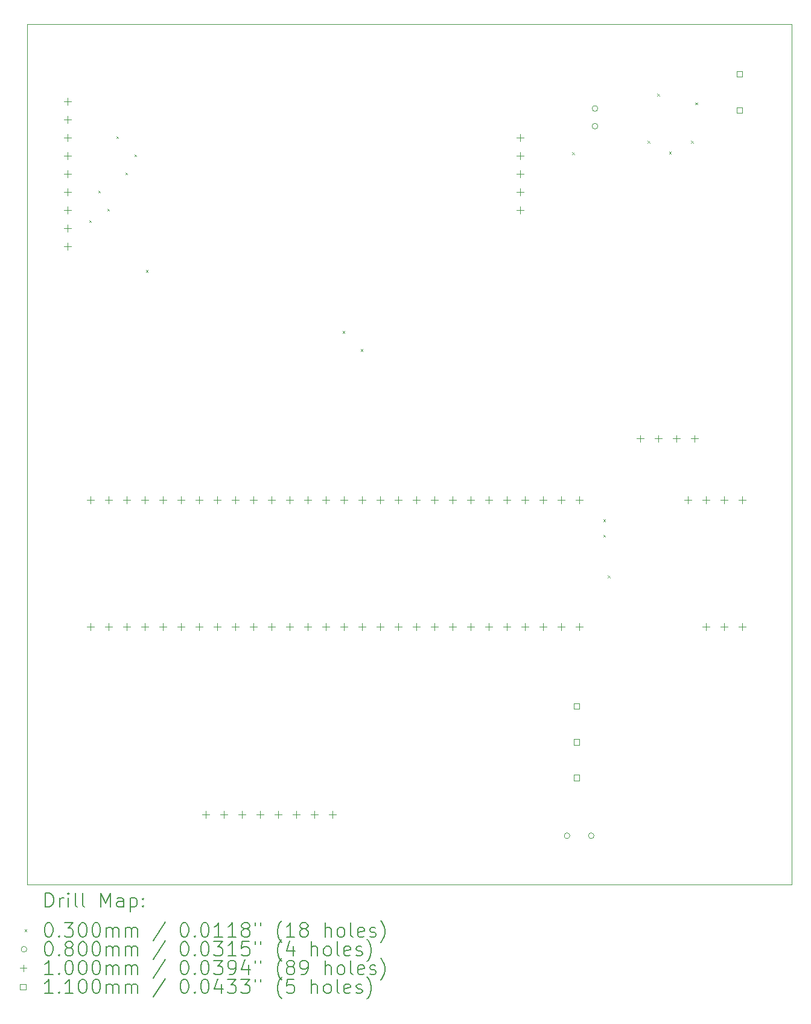
<source format=gbr>
%TF.GenerationSoftware,KiCad,Pcbnew,9.0.6*%
%TF.CreationDate,2025-11-21T06:24:57-05:00*%
%TF.ProjectId,sch,7363682e-6b69-4636-9164-5f7063625858,1.0*%
%TF.SameCoordinates,Original*%
%TF.FileFunction,Drillmap*%
%TF.FilePolarity,Positive*%
%FSLAX45Y45*%
G04 Gerber Fmt 4.5, Leading zero omitted, Abs format (unit mm)*
G04 Created by KiCad (PCBNEW 9.0.6) date 2025-11-21 06:24:57*
%MOMM*%
%LPD*%
G01*
G04 APERTURE LIST*
%ADD10C,0.050000*%
%ADD11C,0.200000*%
%ADD12C,0.100000*%
%ADD13C,0.110000*%
G04 APERTURE END LIST*
D10*
X4000500Y-4191000D02*
X14732000Y-4191000D01*
X14732000Y-16256000D01*
X4000500Y-16256000D01*
X4000500Y-4191000D01*
D11*
D12*
X4874500Y-6938250D02*
X4904500Y-6968250D01*
X4904500Y-6938250D02*
X4874500Y-6968250D01*
X5001500Y-6525500D02*
X5031500Y-6555500D01*
X5031500Y-6525500D02*
X5001500Y-6555500D01*
X5128500Y-6779500D02*
X5158500Y-6809500D01*
X5158500Y-6779500D02*
X5128500Y-6809500D01*
X5255500Y-5763500D02*
X5285500Y-5793500D01*
X5285500Y-5763500D02*
X5255500Y-5793500D01*
X5382500Y-6271500D02*
X5412500Y-6301500D01*
X5412500Y-6271500D02*
X5382500Y-6301500D01*
X5509500Y-6017500D02*
X5539500Y-6047500D01*
X5539500Y-6017500D02*
X5509500Y-6047500D01*
X5667500Y-7636750D02*
X5697500Y-7666750D01*
X5697500Y-7636750D02*
X5667500Y-7666750D01*
X8430500Y-8494000D02*
X8460500Y-8524000D01*
X8460500Y-8494000D02*
X8430500Y-8524000D01*
X8684500Y-8748000D02*
X8714500Y-8778000D01*
X8714500Y-8748000D02*
X8684500Y-8778000D01*
X11649950Y-5986000D02*
X11679950Y-6016000D01*
X11679950Y-5986000D02*
X11649950Y-6016000D01*
X12088100Y-11135600D02*
X12118100Y-11165600D01*
X12118100Y-11135600D02*
X12088100Y-11165600D01*
X12088100Y-11351500D02*
X12118100Y-11381500D01*
X12118100Y-11351500D02*
X12088100Y-11381500D01*
X12151600Y-11923000D02*
X12181600Y-11953000D01*
X12181600Y-11923000D02*
X12151600Y-11953000D01*
X12710400Y-5827000D02*
X12740400Y-5857000D01*
X12740400Y-5827000D02*
X12710400Y-5857000D01*
X12843750Y-5166600D02*
X12873750Y-5196600D01*
X12873750Y-5166600D02*
X12843750Y-5196600D01*
X13008850Y-5979400D02*
X13038850Y-6009400D01*
X13038850Y-5979400D02*
X13008850Y-6009400D01*
X13320000Y-5827000D02*
X13350000Y-5857000D01*
X13350000Y-5827000D02*
X13320000Y-5857000D01*
X13377464Y-5286466D02*
X13407464Y-5316466D01*
X13407464Y-5286466D02*
X13377464Y-5316466D01*
X11617500Y-15570200D02*
G75*
G02*
X11537500Y-15570200I-40000J0D01*
G01*
X11537500Y-15570200D02*
G75*
G02*
X11617500Y-15570200I40000J0D01*
G01*
X11957500Y-15570200D02*
G75*
G02*
X11877500Y-15570200I-40000J0D01*
G01*
X11877500Y-15570200D02*
G75*
G02*
X11957500Y-15570200I40000J0D01*
G01*
X12009750Y-5371135D02*
G75*
G02*
X11929750Y-5371135I-40000J0D01*
G01*
X11929750Y-5371135D02*
G75*
G02*
X12009750Y-5371135I40000J0D01*
G01*
X12009750Y-5621135D02*
G75*
G02*
X11929750Y-5621135I-40000J0D01*
G01*
X11929750Y-5621135D02*
G75*
G02*
X12009750Y-5621135I40000J0D01*
G01*
X4572000Y-5220500D02*
X4572000Y-5320500D01*
X4522000Y-5270500D02*
X4622000Y-5270500D01*
X4572000Y-5474500D02*
X4572000Y-5574500D01*
X4522000Y-5524500D02*
X4622000Y-5524500D01*
X4572000Y-5728500D02*
X4572000Y-5828500D01*
X4522000Y-5778500D02*
X4622000Y-5778500D01*
X4572000Y-5982500D02*
X4572000Y-6082500D01*
X4522000Y-6032500D02*
X4622000Y-6032500D01*
X4572000Y-6236500D02*
X4572000Y-6336500D01*
X4522000Y-6286500D02*
X4622000Y-6286500D01*
X4572000Y-6490500D02*
X4572000Y-6590500D01*
X4522000Y-6540500D02*
X4622000Y-6540500D01*
X4572000Y-6744500D02*
X4572000Y-6844500D01*
X4522000Y-6794500D02*
X4622000Y-6794500D01*
X4572000Y-6998500D02*
X4572000Y-7098500D01*
X4522000Y-7048500D02*
X4622000Y-7048500D01*
X4572000Y-7252500D02*
X4572000Y-7352500D01*
X4522000Y-7302500D02*
X4622000Y-7302500D01*
X4889500Y-10808500D02*
X4889500Y-10908500D01*
X4839500Y-10858500D02*
X4939500Y-10858500D01*
X4889500Y-12586500D02*
X4889500Y-12686500D01*
X4839500Y-12636500D02*
X4939500Y-12636500D01*
X5143500Y-10808500D02*
X5143500Y-10908500D01*
X5093500Y-10858500D02*
X5193500Y-10858500D01*
X5143500Y-12586500D02*
X5143500Y-12686500D01*
X5093500Y-12636500D02*
X5193500Y-12636500D01*
X5397500Y-10808500D02*
X5397500Y-10908500D01*
X5347500Y-10858500D02*
X5447500Y-10858500D01*
X5397500Y-12586500D02*
X5397500Y-12686500D01*
X5347500Y-12636500D02*
X5447500Y-12636500D01*
X5651500Y-10808500D02*
X5651500Y-10908500D01*
X5601500Y-10858500D02*
X5701500Y-10858500D01*
X5651500Y-12586500D02*
X5651500Y-12686500D01*
X5601500Y-12636500D02*
X5701500Y-12636500D01*
X5905500Y-10808500D02*
X5905500Y-10908500D01*
X5855500Y-10858500D02*
X5955500Y-10858500D01*
X5905500Y-12586500D02*
X5905500Y-12686500D01*
X5855500Y-12636500D02*
X5955500Y-12636500D01*
X6159500Y-10808500D02*
X6159500Y-10908500D01*
X6109500Y-10858500D02*
X6209500Y-10858500D01*
X6159500Y-12586500D02*
X6159500Y-12686500D01*
X6109500Y-12636500D02*
X6209500Y-12636500D01*
X6413500Y-10808500D02*
X6413500Y-10908500D01*
X6363500Y-10858500D02*
X6463500Y-10858500D01*
X6413500Y-12586500D02*
X6413500Y-12686500D01*
X6363500Y-12636500D02*
X6463500Y-12636500D01*
X6508000Y-15221805D02*
X6508000Y-15321805D01*
X6458000Y-15271805D02*
X6558000Y-15271805D01*
X6667500Y-10808500D02*
X6667500Y-10908500D01*
X6617500Y-10858500D02*
X6717500Y-10858500D01*
X6667500Y-12586500D02*
X6667500Y-12686500D01*
X6617500Y-12636500D02*
X6717500Y-12636500D01*
X6762000Y-15221805D02*
X6762000Y-15321805D01*
X6712000Y-15271805D02*
X6812000Y-15271805D01*
X6921500Y-10808500D02*
X6921500Y-10908500D01*
X6871500Y-10858500D02*
X6971500Y-10858500D01*
X6921500Y-12586500D02*
X6921500Y-12686500D01*
X6871500Y-12636500D02*
X6971500Y-12636500D01*
X7016000Y-15221805D02*
X7016000Y-15321805D01*
X6966000Y-15271805D02*
X7066000Y-15271805D01*
X7175500Y-10808500D02*
X7175500Y-10908500D01*
X7125500Y-10858500D02*
X7225500Y-10858500D01*
X7175500Y-12586500D02*
X7175500Y-12686500D01*
X7125500Y-12636500D02*
X7225500Y-12636500D01*
X7270000Y-15221805D02*
X7270000Y-15321805D01*
X7220000Y-15271805D02*
X7320000Y-15271805D01*
X7429500Y-10808500D02*
X7429500Y-10908500D01*
X7379500Y-10858500D02*
X7479500Y-10858500D01*
X7429500Y-12586500D02*
X7429500Y-12686500D01*
X7379500Y-12636500D02*
X7479500Y-12636500D01*
X7524000Y-15221805D02*
X7524000Y-15321805D01*
X7474000Y-15271805D02*
X7574000Y-15271805D01*
X7683500Y-10808500D02*
X7683500Y-10908500D01*
X7633500Y-10858500D02*
X7733500Y-10858500D01*
X7683500Y-12586500D02*
X7683500Y-12686500D01*
X7633500Y-12636500D02*
X7733500Y-12636500D01*
X7778000Y-15221805D02*
X7778000Y-15321805D01*
X7728000Y-15271805D02*
X7828000Y-15271805D01*
X7937500Y-10808500D02*
X7937500Y-10908500D01*
X7887500Y-10858500D02*
X7987500Y-10858500D01*
X7937500Y-12586500D02*
X7937500Y-12686500D01*
X7887500Y-12636500D02*
X7987500Y-12636500D01*
X8032000Y-15221805D02*
X8032000Y-15321805D01*
X7982000Y-15271805D02*
X8082000Y-15271805D01*
X8191500Y-10808500D02*
X8191500Y-10908500D01*
X8141500Y-10858500D02*
X8241500Y-10858500D01*
X8191500Y-12586500D02*
X8191500Y-12686500D01*
X8141500Y-12636500D02*
X8241500Y-12636500D01*
X8286000Y-15221805D02*
X8286000Y-15321805D01*
X8236000Y-15271805D02*
X8336000Y-15271805D01*
X8445500Y-10808500D02*
X8445500Y-10908500D01*
X8395500Y-10858500D02*
X8495500Y-10858500D01*
X8445500Y-12586500D02*
X8445500Y-12686500D01*
X8395500Y-12636500D02*
X8495500Y-12636500D01*
X8699500Y-10808500D02*
X8699500Y-10908500D01*
X8649500Y-10858500D02*
X8749500Y-10858500D01*
X8699500Y-12586500D02*
X8699500Y-12686500D01*
X8649500Y-12636500D02*
X8749500Y-12636500D01*
X8953500Y-10808500D02*
X8953500Y-10908500D01*
X8903500Y-10858500D02*
X9003500Y-10858500D01*
X8953500Y-12586500D02*
X8953500Y-12686500D01*
X8903500Y-12636500D02*
X9003500Y-12636500D01*
X9207500Y-10808500D02*
X9207500Y-10908500D01*
X9157500Y-10858500D02*
X9257500Y-10858500D01*
X9207500Y-12586500D02*
X9207500Y-12686500D01*
X9157500Y-12636500D02*
X9257500Y-12636500D01*
X9461500Y-10808500D02*
X9461500Y-10908500D01*
X9411500Y-10858500D02*
X9511500Y-10858500D01*
X9461500Y-12586500D02*
X9461500Y-12686500D01*
X9411500Y-12636500D02*
X9511500Y-12636500D01*
X9715500Y-10808500D02*
X9715500Y-10908500D01*
X9665500Y-10858500D02*
X9765500Y-10858500D01*
X9715500Y-12586500D02*
X9715500Y-12686500D01*
X9665500Y-12636500D02*
X9765500Y-12636500D01*
X9969500Y-10808500D02*
X9969500Y-10908500D01*
X9919500Y-10858500D02*
X10019500Y-10858500D01*
X9969500Y-12586500D02*
X9969500Y-12686500D01*
X9919500Y-12636500D02*
X10019500Y-12636500D01*
X10223500Y-10808500D02*
X10223500Y-10908500D01*
X10173500Y-10858500D02*
X10273500Y-10858500D01*
X10223500Y-12586500D02*
X10223500Y-12686500D01*
X10173500Y-12636500D02*
X10273500Y-12636500D01*
X10477500Y-10808500D02*
X10477500Y-10908500D01*
X10427500Y-10858500D02*
X10527500Y-10858500D01*
X10477500Y-12586500D02*
X10477500Y-12686500D01*
X10427500Y-12636500D02*
X10527500Y-12636500D01*
X10731500Y-10808500D02*
X10731500Y-10908500D01*
X10681500Y-10858500D02*
X10781500Y-10858500D01*
X10731500Y-12586500D02*
X10731500Y-12686500D01*
X10681500Y-12636500D02*
X10781500Y-12636500D01*
X10922000Y-5728500D02*
X10922000Y-5828500D01*
X10872000Y-5778500D02*
X10972000Y-5778500D01*
X10922000Y-5982500D02*
X10922000Y-6082500D01*
X10872000Y-6032500D02*
X10972000Y-6032500D01*
X10922000Y-6236500D02*
X10922000Y-6336500D01*
X10872000Y-6286500D02*
X10972000Y-6286500D01*
X10922000Y-6490500D02*
X10922000Y-6590500D01*
X10872000Y-6540500D02*
X10972000Y-6540500D01*
X10922000Y-6744500D02*
X10922000Y-6844500D01*
X10872000Y-6794500D02*
X10972000Y-6794500D01*
X10985500Y-10808500D02*
X10985500Y-10908500D01*
X10935500Y-10858500D02*
X11035500Y-10858500D01*
X10985500Y-12586500D02*
X10985500Y-12686500D01*
X10935500Y-12636500D02*
X11035500Y-12636500D01*
X11239500Y-10808500D02*
X11239500Y-10908500D01*
X11189500Y-10858500D02*
X11289500Y-10858500D01*
X11239500Y-12586500D02*
X11239500Y-12686500D01*
X11189500Y-12636500D02*
X11289500Y-12636500D01*
X11493500Y-10808500D02*
X11493500Y-10908500D01*
X11443500Y-10858500D02*
X11543500Y-10858500D01*
X11493500Y-12586500D02*
X11493500Y-12686500D01*
X11443500Y-12636500D02*
X11543500Y-12636500D01*
X11747500Y-10808500D02*
X11747500Y-10908500D01*
X11697500Y-10858500D02*
X11797500Y-10858500D01*
X11747500Y-12586500D02*
X11747500Y-12686500D01*
X11697500Y-12636500D02*
X11797500Y-12636500D01*
X12605000Y-9951250D02*
X12605000Y-10051250D01*
X12555000Y-10001250D02*
X12655000Y-10001250D01*
X12859000Y-9951250D02*
X12859000Y-10051250D01*
X12809000Y-10001250D02*
X12909000Y-10001250D01*
X13113000Y-9951250D02*
X13113000Y-10051250D01*
X13063000Y-10001250D02*
X13163000Y-10001250D01*
X13271500Y-10808500D02*
X13271500Y-10908500D01*
X13221500Y-10858500D02*
X13321500Y-10858500D01*
X13367000Y-9951250D02*
X13367000Y-10051250D01*
X13317000Y-10001250D02*
X13417000Y-10001250D01*
X13525500Y-10808500D02*
X13525500Y-10908500D01*
X13475500Y-10858500D02*
X13575500Y-10858500D01*
X13525500Y-12586500D02*
X13525500Y-12686500D01*
X13475500Y-12636500D02*
X13575500Y-12636500D01*
X13779500Y-10808500D02*
X13779500Y-10908500D01*
X13729500Y-10858500D02*
X13829500Y-10858500D01*
X13779500Y-12586500D02*
X13779500Y-12686500D01*
X13729500Y-12636500D02*
X13829500Y-12636500D01*
X14033500Y-10808500D02*
X14033500Y-10908500D01*
X13983500Y-10858500D02*
X14083500Y-10858500D01*
X14033500Y-12586500D02*
X14033500Y-12686500D01*
X13983500Y-12636500D02*
X14083500Y-12636500D01*
D13*
X11753891Y-13794641D02*
X11753891Y-13716859D01*
X11676109Y-13716859D01*
X11676109Y-13794641D01*
X11753891Y-13794641D01*
X11753891Y-14294641D02*
X11753891Y-14216859D01*
X11676109Y-14216859D01*
X11676109Y-14294641D01*
X11753891Y-14294641D01*
X11753891Y-14794641D02*
X11753891Y-14716859D01*
X11676109Y-14716859D01*
X11676109Y-14794641D01*
X11753891Y-14794641D01*
X14036741Y-4928391D02*
X14036741Y-4850609D01*
X13958959Y-4850609D01*
X13958959Y-4928391D01*
X14036741Y-4928391D01*
X14036741Y-5436391D02*
X14036741Y-5358609D01*
X13958959Y-5358609D01*
X13958959Y-5436391D01*
X14036741Y-5436391D01*
D11*
X4258777Y-16569984D02*
X4258777Y-16369984D01*
X4258777Y-16369984D02*
X4306396Y-16369984D01*
X4306396Y-16369984D02*
X4334967Y-16379508D01*
X4334967Y-16379508D02*
X4354015Y-16398555D01*
X4354015Y-16398555D02*
X4363539Y-16417603D01*
X4363539Y-16417603D02*
X4373063Y-16455698D01*
X4373063Y-16455698D02*
X4373063Y-16484269D01*
X4373063Y-16484269D02*
X4363539Y-16522365D01*
X4363539Y-16522365D02*
X4354015Y-16541412D01*
X4354015Y-16541412D02*
X4334967Y-16560460D01*
X4334967Y-16560460D02*
X4306396Y-16569984D01*
X4306396Y-16569984D02*
X4258777Y-16569984D01*
X4458777Y-16569984D02*
X4458777Y-16436650D01*
X4458777Y-16474746D02*
X4468301Y-16455698D01*
X4468301Y-16455698D02*
X4477824Y-16446174D01*
X4477824Y-16446174D02*
X4496872Y-16436650D01*
X4496872Y-16436650D02*
X4515920Y-16436650D01*
X4582586Y-16569984D02*
X4582586Y-16436650D01*
X4582586Y-16369984D02*
X4573063Y-16379508D01*
X4573063Y-16379508D02*
X4582586Y-16389031D01*
X4582586Y-16389031D02*
X4592110Y-16379508D01*
X4592110Y-16379508D02*
X4582586Y-16369984D01*
X4582586Y-16369984D02*
X4582586Y-16389031D01*
X4706396Y-16569984D02*
X4687348Y-16560460D01*
X4687348Y-16560460D02*
X4677824Y-16541412D01*
X4677824Y-16541412D02*
X4677824Y-16369984D01*
X4811158Y-16569984D02*
X4792110Y-16560460D01*
X4792110Y-16560460D02*
X4782586Y-16541412D01*
X4782586Y-16541412D02*
X4782586Y-16369984D01*
X5039729Y-16569984D02*
X5039729Y-16369984D01*
X5039729Y-16369984D02*
X5106396Y-16512841D01*
X5106396Y-16512841D02*
X5173063Y-16369984D01*
X5173063Y-16369984D02*
X5173063Y-16569984D01*
X5354015Y-16569984D02*
X5354015Y-16465222D01*
X5354015Y-16465222D02*
X5344491Y-16446174D01*
X5344491Y-16446174D02*
X5325444Y-16436650D01*
X5325444Y-16436650D02*
X5287348Y-16436650D01*
X5287348Y-16436650D02*
X5268301Y-16446174D01*
X5354015Y-16560460D02*
X5334967Y-16569984D01*
X5334967Y-16569984D02*
X5287348Y-16569984D01*
X5287348Y-16569984D02*
X5268301Y-16560460D01*
X5268301Y-16560460D02*
X5258777Y-16541412D01*
X5258777Y-16541412D02*
X5258777Y-16522365D01*
X5258777Y-16522365D02*
X5268301Y-16503317D01*
X5268301Y-16503317D02*
X5287348Y-16493793D01*
X5287348Y-16493793D02*
X5334967Y-16493793D01*
X5334967Y-16493793D02*
X5354015Y-16484269D01*
X5449253Y-16436650D02*
X5449253Y-16636650D01*
X5449253Y-16446174D02*
X5468301Y-16436650D01*
X5468301Y-16436650D02*
X5506396Y-16436650D01*
X5506396Y-16436650D02*
X5525444Y-16446174D01*
X5525444Y-16446174D02*
X5534967Y-16455698D01*
X5534967Y-16455698D02*
X5544491Y-16474746D01*
X5544491Y-16474746D02*
X5544491Y-16531888D01*
X5544491Y-16531888D02*
X5534967Y-16550936D01*
X5534967Y-16550936D02*
X5525444Y-16560460D01*
X5525444Y-16560460D02*
X5506396Y-16569984D01*
X5506396Y-16569984D02*
X5468301Y-16569984D01*
X5468301Y-16569984D02*
X5449253Y-16560460D01*
X5630205Y-16550936D02*
X5639729Y-16560460D01*
X5639729Y-16560460D02*
X5630205Y-16569984D01*
X5630205Y-16569984D02*
X5620682Y-16560460D01*
X5620682Y-16560460D02*
X5630205Y-16550936D01*
X5630205Y-16550936D02*
X5630205Y-16569984D01*
X5630205Y-16446174D02*
X5639729Y-16455698D01*
X5639729Y-16455698D02*
X5630205Y-16465222D01*
X5630205Y-16465222D02*
X5620682Y-16455698D01*
X5620682Y-16455698D02*
X5630205Y-16446174D01*
X5630205Y-16446174D02*
X5630205Y-16465222D01*
D12*
X3968000Y-16883500D02*
X3998000Y-16913500D01*
X3998000Y-16883500D02*
X3968000Y-16913500D01*
D11*
X4296872Y-16789984D02*
X4315920Y-16789984D01*
X4315920Y-16789984D02*
X4334967Y-16799508D01*
X4334967Y-16799508D02*
X4344491Y-16809031D01*
X4344491Y-16809031D02*
X4354015Y-16828079D01*
X4354015Y-16828079D02*
X4363539Y-16866174D01*
X4363539Y-16866174D02*
X4363539Y-16913793D01*
X4363539Y-16913793D02*
X4354015Y-16951889D01*
X4354015Y-16951889D02*
X4344491Y-16970936D01*
X4344491Y-16970936D02*
X4334967Y-16980460D01*
X4334967Y-16980460D02*
X4315920Y-16989984D01*
X4315920Y-16989984D02*
X4296872Y-16989984D01*
X4296872Y-16989984D02*
X4277824Y-16980460D01*
X4277824Y-16980460D02*
X4268301Y-16970936D01*
X4268301Y-16970936D02*
X4258777Y-16951889D01*
X4258777Y-16951889D02*
X4249253Y-16913793D01*
X4249253Y-16913793D02*
X4249253Y-16866174D01*
X4249253Y-16866174D02*
X4258777Y-16828079D01*
X4258777Y-16828079D02*
X4268301Y-16809031D01*
X4268301Y-16809031D02*
X4277824Y-16799508D01*
X4277824Y-16799508D02*
X4296872Y-16789984D01*
X4449253Y-16970936D02*
X4458777Y-16980460D01*
X4458777Y-16980460D02*
X4449253Y-16989984D01*
X4449253Y-16989984D02*
X4439729Y-16980460D01*
X4439729Y-16980460D02*
X4449253Y-16970936D01*
X4449253Y-16970936D02*
X4449253Y-16989984D01*
X4525444Y-16789984D02*
X4649253Y-16789984D01*
X4649253Y-16789984D02*
X4582586Y-16866174D01*
X4582586Y-16866174D02*
X4611158Y-16866174D01*
X4611158Y-16866174D02*
X4630205Y-16875698D01*
X4630205Y-16875698D02*
X4639729Y-16885222D01*
X4639729Y-16885222D02*
X4649253Y-16904270D01*
X4649253Y-16904270D02*
X4649253Y-16951889D01*
X4649253Y-16951889D02*
X4639729Y-16970936D01*
X4639729Y-16970936D02*
X4630205Y-16980460D01*
X4630205Y-16980460D02*
X4611158Y-16989984D01*
X4611158Y-16989984D02*
X4554015Y-16989984D01*
X4554015Y-16989984D02*
X4534967Y-16980460D01*
X4534967Y-16980460D02*
X4525444Y-16970936D01*
X4773063Y-16789984D02*
X4792110Y-16789984D01*
X4792110Y-16789984D02*
X4811158Y-16799508D01*
X4811158Y-16799508D02*
X4820682Y-16809031D01*
X4820682Y-16809031D02*
X4830205Y-16828079D01*
X4830205Y-16828079D02*
X4839729Y-16866174D01*
X4839729Y-16866174D02*
X4839729Y-16913793D01*
X4839729Y-16913793D02*
X4830205Y-16951889D01*
X4830205Y-16951889D02*
X4820682Y-16970936D01*
X4820682Y-16970936D02*
X4811158Y-16980460D01*
X4811158Y-16980460D02*
X4792110Y-16989984D01*
X4792110Y-16989984D02*
X4773063Y-16989984D01*
X4773063Y-16989984D02*
X4754015Y-16980460D01*
X4754015Y-16980460D02*
X4744491Y-16970936D01*
X4744491Y-16970936D02*
X4734967Y-16951889D01*
X4734967Y-16951889D02*
X4725444Y-16913793D01*
X4725444Y-16913793D02*
X4725444Y-16866174D01*
X4725444Y-16866174D02*
X4734967Y-16828079D01*
X4734967Y-16828079D02*
X4744491Y-16809031D01*
X4744491Y-16809031D02*
X4754015Y-16799508D01*
X4754015Y-16799508D02*
X4773063Y-16789984D01*
X4963539Y-16789984D02*
X4982586Y-16789984D01*
X4982586Y-16789984D02*
X5001634Y-16799508D01*
X5001634Y-16799508D02*
X5011158Y-16809031D01*
X5011158Y-16809031D02*
X5020682Y-16828079D01*
X5020682Y-16828079D02*
X5030205Y-16866174D01*
X5030205Y-16866174D02*
X5030205Y-16913793D01*
X5030205Y-16913793D02*
X5020682Y-16951889D01*
X5020682Y-16951889D02*
X5011158Y-16970936D01*
X5011158Y-16970936D02*
X5001634Y-16980460D01*
X5001634Y-16980460D02*
X4982586Y-16989984D01*
X4982586Y-16989984D02*
X4963539Y-16989984D01*
X4963539Y-16989984D02*
X4944491Y-16980460D01*
X4944491Y-16980460D02*
X4934967Y-16970936D01*
X4934967Y-16970936D02*
X4925444Y-16951889D01*
X4925444Y-16951889D02*
X4915920Y-16913793D01*
X4915920Y-16913793D02*
X4915920Y-16866174D01*
X4915920Y-16866174D02*
X4925444Y-16828079D01*
X4925444Y-16828079D02*
X4934967Y-16809031D01*
X4934967Y-16809031D02*
X4944491Y-16799508D01*
X4944491Y-16799508D02*
X4963539Y-16789984D01*
X5115920Y-16989984D02*
X5115920Y-16856650D01*
X5115920Y-16875698D02*
X5125444Y-16866174D01*
X5125444Y-16866174D02*
X5144491Y-16856650D01*
X5144491Y-16856650D02*
X5173063Y-16856650D01*
X5173063Y-16856650D02*
X5192110Y-16866174D01*
X5192110Y-16866174D02*
X5201634Y-16885222D01*
X5201634Y-16885222D02*
X5201634Y-16989984D01*
X5201634Y-16885222D02*
X5211158Y-16866174D01*
X5211158Y-16866174D02*
X5230205Y-16856650D01*
X5230205Y-16856650D02*
X5258777Y-16856650D01*
X5258777Y-16856650D02*
X5277825Y-16866174D01*
X5277825Y-16866174D02*
X5287348Y-16885222D01*
X5287348Y-16885222D02*
X5287348Y-16989984D01*
X5382586Y-16989984D02*
X5382586Y-16856650D01*
X5382586Y-16875698D02*
X5392110Y-16866174D01*
X5392110Y-16866174D02*
X5411158Y-16856650D01*
X5411158Y-16856650D02*
X5439729Y-16856650D01*
X5439729Y-16856650D02*
X5458777Y-16866174D01*
X5458777Y-16866174D02*
X5468301Y-16885222D01*
X5468301Y-16885222D02*
X5468301Y-16989984D01*
X5468301Y-16885222D02*
X5477825Y-16866174D01*
X5477825Y-16866174D02*
X5496872Y-16856650D01*
X5496872Y-16856650D02*
X5525444Y-16856650D01*
X5525444Y-16856650D02*
X5544491Y-16866174D01*
X5544491Y-16866174D02*
X5554015Y-16885222D01*
X5554015Y-16885222D02*
X5554015Y-16989984D01*
X5944491Y-16780460D02*
X5773063Y-17037603D01*
X6201634Y-16789984D02*
X6220682Y-16789984D01*
X6220682Y-16789984D02*
X6239729Y-16799508D01*
X6239729Y-16799508D02*
X6249253Y-16809031D01*
X6249253Y-16809031D02*
X6258777Y-16828079D01*
X6258777Y-16828079D02*
X6268301Y-16866174D01*
X6268301Y-16866174D02*
X6268301Y-16913793D01*
X6268301Y-16913793D02*
X6258777Y-16951889D01*
X6258777Y-16951889D02*
X6249253Y-16970936D01*
X6249253Y-16970936D02*
X6239729Y-16980460D01*
X6239729Y-16980460D02*
X6220682Y-16989984D01*
X6220682Y-16989984D02*
X6201634Y-16989984D01*
X6201634Y-16989984D02*
X6182586Y-16980460D01*
X6182586Y-16980460D02*
X6173063Y-16970936D01*
X6173063Y-16970936D02*
X6163539Y-16951889D01*
X6163539Y-16951889D02*
X6154015Y-16913793D01*
X6154015Y-16913793D02*
X6154015Y-16866174D01*
X6154015Y-16866174D02*
X6163539Y-16828079D01*
X6163539Y-16828079D02*
X6173063Y-16809031D01*
X6173063Y-16809031D02*
X6182586Y-16799508D01*
X6182586Y-16799508D02*
X6201634Y-16789984D01*
X6354015Y-16970936D02*
X6363539Y-16980460D01*
X6363539Y-16980460D02*
X6354015Y-16989984D01*
X6354015Y-16989984D02*
X6344491Y-16980460D01*
X6344491Y-16980460D02*
X6354015Y-16970936D01*
X6354015Y-16970936D02*
X6354015Y-16989984D01*
X6487348Y-16789984D02*
X6506396Y-16789984D01*
X6506396Y-16789984D02*
X6525444Y-16799508D01*
X6525444Y-16799508D02*
X6534967Y-16809031D01*
X6534967Y-16809031D02*
X6544491Y-16828079D01*
X6544491Y-16828079D02*
X6554015Y-16866174D01*
X6554015Y-16866174D02*
X6554015Y-16913793D01*
X6554015Y-16913793D02*
X6544491Y-16951889D01*
X6544491Y-16951889D02*
X6534967Y-16970936D01*
X6534967Y-16970936D02*
X6525444Y-16980460D01*
X6525444Y-16980460D02*
X6506396Y-16989984D01*
X6506396Y-16989984D02*
X6487348Y-16989984D01*
X6487348Y-16989984D02*
X6468301Y-16980460D01*
X6468301Y-16980460D02*
X6458777Y-16970936D01*
X6458777Y-16970936D02*
X6449253Y-16951889D01*
X6449253Y-16951889D02*
X6439729Y-16913793D01*
X6439729Y-16913793D02*
X6439729Y-16866174D01*
X6439729Y-16866174D02*
X6449253Y-16828079D01*
X6449253Y-16828079D02*
X6458777Y-16809031D01*
X6458777Y-16809031D02*
X6468301Y-16799508D01*
X6468301Y-16799508D02*
X6487348Y-16789984D01*
X6744491Y-16989984D02*
X6630206Y-16989984D01*
X6687348Y-16989984D02*
X6687348Y-16789984D01*
X6687348Y-16789984D02*
X6668301Y-16818555D01*
X6668301Y-16818555D02*
X6649253Y-16837603D01*
X6649253Y-16837603D02*
X6630206Y-16847127D01*
X6934967Y-16989984D02*
X6820682Y-16989984D01*
X6877825Y-16989984D02*
X6877825Y-16789984D01*
X6877825Y-16789984D02*
X6858777Y-16818555D01*
X6858777Y-16818555D02*
X6839729Y-16837603D01*
X6839729Y-16837603D02*
X6820682Y-16847127D01*
X7049253Y-16875698D02*
X7030206Y-16866174D01*
X7030206Y-16866174D02*
X7020682Y-16856650D01*
X7020682Y-16856650D02*
X7011158Y-16837603D01*
X7011158Y-16837603D02*
X7011158Y-16828079D01*
X7011158Y-16828079D02*
X7020682Y-16809031D01*
X7020682Y-16809031D02*
X7030206Y-16799508D01*
X7030206Y-16799508D02*
X7049253Y-16789984D01*
X7049253Y-16789984D02*
X7087348Y-16789984D01*
X7087348Y-16789984D02*
X7106396Y-16799508D01*
X7106396Y-16799508D02*
X7115920Y-16809031D01*
X7115920Y-16809031D02*
X7125444Y-16828079D01*
X7125444Y-16828079D02*
X7125444Y-16837603D01*
X7125444Y-16837603D02*
X7115920Y-16856650D01*
X7115920Y-16856650D02*
X7106396Y-16866174D01*
X7106396Y-16866174D02*
X7087348Y-16875698D01*
X7087348Y-16875698D02*
X7049253Y-16875698D01*
X7049253Y-16875698D02*
X7030206Y-16885222D01*
X7030206Y-16885222D02*
X7020682Y-16894746D01*
X7020682Y-16894746D02*
X7011158Y-16913793D01*
X7011158Y-16913793D02*
X7011158Y-16951889D01*
X7011158Y-16951889D02*
X7020682Y-16970936D01*
X7020682Y-16970936D02*
X7030206Y-16980460D01*
X7030206Y-16980460D02*
X7049253Y-16989984D01*
X7049253Y-16989984D02*
X7087348Y-16989984D01*
X7087348Y-16989984D02*
X7106396Y-16980460D01*
X7106396Y-16980460D02*
X7115920Y-16970936D01*
X7115920Y-16970936D02*
X7125444Y-16951889D01*
X7125444Y-16951889D02*
X7125444Y-16913793D01*
X7125444Y-16913793D02*
X7115920Y-16894746D01*
X7115920Y-16894746D02*
X7106396Y-16885222D01*
X7106396Y-16885222D02*
X7087348Y-16875698D01*
X7201634Y-16789984D02*
X7201634Y-16828079D01*
X7277825Y-16789984D02*
X7277825Y-16828079D01*
X7573063Y-17066174D02*
X7563539Y-17056650D01*
X7563539Y-17056650D02*
X7544491Y-17028079D01*
X7544491Y-17028079D02*
X7534968Y-17009031D01*
X7534968Y-17009031D02*
X7525444Y-16980460D01*
X7525444Y-16980460D02*
X7515920Y-16932841D01*
X7515920Y-16932841D02*
X7515920Y-16894746D01*
X7515920Y-16894746D02*
X7525444Y-16847127D01*
X7525444Y-16847127D02*
X7534968Y-16818555D01*
X7534968Y-16818555D02*
X7544491Y-16799508D01*
X7544491Y-16799508D02*
X7563539Y-16770936D01*
X7563539Y-16770936D02*
X7573063Y-16761412D01*
X7754015Y-16989984D02*
X7639729Y-16989984D01*
X7696872Y-16989984D02*
X7696872Y-16789984D01*
X7696872Y-16789984D02*
X7677825Y-16818555D01*
X7677825Y-16818555D02*
X7658777Y-16837603D01*
X7658777Y-16837603D02*
X7639729Y-16847127D01*
X7868301Y-16875698D02*
X7849253Y-16866174D01*
X7849253Y-16866174D02*
X7839729Y-16856650D01*
X7839729Y-16856650D02*
X7830206Y-16837603D01*
X7830206Y-16837603D02*
X7830206Y-16828079D01*
X7830206Y-16828079D02*
X7839729Y-16809031D01*
X7839729Y-16809031D02*
X7849253Y-16799508D01*
X7849253Y-16799508D02*
X7868301Y-16789984D01*
X7868301Y-16789984D02*
X7906396Y-16789984D01*
X7906396Y-16789984D02*
X7925444Y-16799508D01*
X7925444Y-16799508D02*
X7934968Y-16809031D01*
X7934968Y-16809031D02*
X7944491Y-16828079D01*
X7944491Y-16828079D02*
X7944491Y-16837603D01*
X7944491Y-16837603D02*
X7934968Y-16856650D01*
X7934968Y-16856650D02*
X7925444Y-16866174D01*
X7925444Y-16866174D02*
X7906396Y-16875698D01*
X7906396Y-16875698D02*
X7868301Y-16875698D01*
X7868301Y-16875698D02*
X7849253Y-16885222D01*
X7849253Y-16885222D02*
X7839729Y-16894746D01*
X7839729Y-16894746D02*
X7830206Y-16913793D01*
X7830206Y-16913793D02*
X7830206Y-16951889D01*
X7830206Y-16951889D02*
X7839729Y-16970936D01*
X7839729Y-16970936D02*
X7849253Y-16980460D01*
X7849253Y-16980460D02*
X7868301Y-16989984D01*
X7868301Y-16989984D02*
X7906396Y-16989984D01*
X7906396Y-16989984D02*
X7925444Y-16980460D01*
X7925444Y-16980460D02*
X7934968Y-16970936D01*
X7934968Y-16970936D02*
X7944491Y-16951889D01*
X7944491Y-16951889D02*
X7944491Y-16913793D01*
X7944491Y-16913793D02*
X7934968Y-16894746D01*
X7934968Y-16894746D02*
X7925444Y-16885222D01*
X7925444Y-16885222D02*
X7906396Y-16875698D01*
X8182587Y-16989984D02*
X8182587Y-16789984D01*
X8268301Y-16989984D02*
X8268301Y-16885222D01*
X8268301Y-16885222D02*
X8258777Y-16866174D01*
X8258777Y-16866174D02*
X8239730Y-16856650D01*
X8239730Y-16856650D02*
X8211158Y-16856650D01*
X8211158Y-16856650D02*
X8192110Y-16866174D01*
X8192110Y-16866174D02*
X8182587Y-16875698D01*
X8392111Y-16989984D02*
X8373063Y-16980460D01*
X8373063Y-16980460D02*
X8363539Y-16970936D01*
X8363539Y-16970936D02*
X8354015Y-16951889D01*
X8354015Y-16951889D02*
X8354015Y-16894746D01*
X8354015Y-16894746D02*
X8363539Y-16875698D01*
X8363539Y-16875698D02*
X8373063Y-16866174D01*
X8373063Y-16866174D02*
X8392111Y-16856650D01*
X8392111Y-16856650D02*
X8420682Y-16856650D01*
X8420682Y-16856650D02*
X8439730Y-16866174D01*
X8439730Y-16866174D02*
X8449253Y-16875698D01*
X8449253Y-16875698D02*
X8458777Y-16894746D01*
X8458777Y-16894746D02*
X8458777Y-16951889D01*
X8458777Y-16951889D02*
X8449253Y-16970936D01*
X8449253Y-16970936D02*
X8439730Y-16980460D01*
X8439730Y-16980460D02*
X8420682Y-16989984D01*
X8420682Y-16989984D02*
X8392111Y-16989984D01*
X8573063Y-16989984D02*
X8554015Y-16980460D01*
X8554015Y-16980460D02*
X8544492Y-16961412D01*
X8544492Y-16961412D02*
X8544492Y-16789984D01*
X8725444Y-16980460D02*
X8706396Y-16989984D01*
X8706396Y-16989984D02*
X8668301Y-16989984D01*
X8668301Y-16989984D02*
X8649253Y-16980460D01*
X8649253Y-16980460D02*
X8639730Y-16961412D01*
X8639730Y-16961412D02*
X8639730Y-16885222D01*
X8639730Y-16885222D02*
X8649253Y-16866174D01*
X8649253Y-16866174D02*
X8668301Y-16856650D01*
X8668301Y-16856650D02*
X8706396Y-16856650D01*
X8706396Y-16856650D02*
X8725444Y-16866174D01*
X8725444Y-16866174D02*
X8734968Y-16885222D01*
X8734968Y-16885222D02*
X8734968Y-16904270D01*
X8734968Y-16904270D02*
X8639730Y-16923317D01*
X8811158Y-16980460D02*
X8830206Y-16989984D01*
X8830206Y-16989984D02*
X8868301Y-16989984D01*
X8868301Y-16989984D02*
X8887349Y-16980460D01*
X8887349Y-16980460D02*
X8896873Y-16961412D01*
X8896873Y-16961412D02*
X8896873Y-16951889D01*
X8896873Y-16951889D02*
X8887349Y-16932841D01*
X8887349Y-16932841D02*
X8868301Y-16923317D01*
X8868301Y-16923317D02*
X8839730Y-16923317D01*
X8839730Y-16923317D02*
X8820682Y-16913793D01*
X8820682Y-16913793D02*
X8811158Y-16894746D01*
X8811158Y-16894746D02*
X8811158Y-16885222D01*
X8811158Y-16885222D02*
X8820682Y-16866174D01*
X8820682Y-16866174D02*
X8839730Y-16856650D01*
X8839730Y-16856650D02*
X8868301Y-16856650D01*
X8868301Y-16856650D02*
X8887349Y-16866174D01*
X8963539Y-17066174D02*
X8973063Y-17056650D01*
X8973063Y-17056650D02*
X8992111Y-17028079D01*
X8992111Y-17028079D02*
X9001634Y-17009031D01*
X9001634Y-17009031D02*
X9011158Y-16980460D01*
X9011158Y-16980460D02*
X9020682Y-16932841D01*
X9020682Y-16932841D02*
X9020682Y-16894746D01*
X9020682Y-16894746D02*
X9011158Y-16847127D01*
X9011158Y-16847127D02*
X9001634Y-16818555D01*
X9001634Y-16818555D02*
X8992111Y-16799508D01*
X8992111Y-16799508D02*
X8973063Y-16770936D01*
X8973063Y-16770936D02*
X8963539Y-16761412D01*
D12*
X3998000Y-17162500D02*
G75*
G02*
X3918000Y-17162500I-40000J0D01*
G01*
X3918000Y-17162500D02*
G75*
G02*
X3998000Y-17162500I40000J0D01*
G01*
D11*
X4296872Y-17053984D02*
X4315920Y-17053984D01*
X4315920Y-17053984D02*
X4334967Y-17063508D01*
X4334967Y-17063508D02*
X4344491Y-17073031D01*
X4344491Y-17073031D02*
X4354015Y-17092079D01*
X4354015Y-17092079D02*
X4363539Y-17130174D01*
X4363539Y-17130174D02*
X4363539Y-17177793D01*
X4363539Y-17177793D02*
X4354015Y-17215889D01*
X4354015Y-17215889D02*
X4344491Y-17234936D01*
X4344491Y-17234936D02*
X4334967Y-17244460D01*
X4334967Y-17244460D02*
X4315920Y-17253984D01*
X4315920Y-17253984D02*
X4296872Y-17253984D01*
X4296872Y-17253984D02*
X4277824Y-17244460D01*
X4277824Y-17244460D02*
X4268301Y-17234936D01*
X4268301Y-17234936D02*
X4258777Y-17215889D01*
X4258777Y-17215889D02*
X4249253Y-17177793D01*
X4249253Y-17177793D02*
X4249253Y-17130174D01*
X4249253Y-17130174D02*
X4258777Y-17092079D01*
X4258777Y-17092079D02*
X4268301Y-17073031D01*
X4268301Y-17073031D02*
X4277824Y-17063508D01*
X4277824Y-17063508D02*
X4296872Y-17053984D01*
X4449253Y-17234936D02*
X4458777Y-17244460D01*
X4458777Y-17244460D02*
X4449253Y-17253984D01*
X4449253Y-17253984D02*
X4439729Y-17244460D01*
X4439729Y-17244460D02*
X4449253Y-17234936D01*
X4449253Y-17234936D02*
X4449253Y-17253984D01*
X4573063Y-17139698D02*
X4554015Y-17130174D01*
X4554015Y-17130174D02*
X4544491Y-17120650D01*
X4544491Y-17120650D02*
X4534967Y-17101603D01*
X4534967Y-17101603D02*
X4534967Y-17092079D01*
X4534967Y-17092079D02*
X4544491Y-17073031D01*
X4544491Y-17073031D02*
X4554015Y-17063508D01*
X4554015Y-17063508D02*
X4573063Y-17053984D01*
X4573063Y-17053984D02*
X4611158Y-17053984D01*
X4611158Y-17053984D02*
X4630205Y-17063508D01*
X4630205Y-17063508D02*
X4639729Y-17073031D01*
X4639729Y-17073031D02*
X4649253Y-17092079D01*
X4649253Y-17092079D02*
X4649253Y-17101603D01*
X4649253Y-17101603D02*
X4639729Y-17120650D01*
X4639729Y-17120650D02*
X4630205Y-17130174D01*
X4630205Y-17130174D02*
X4611158Y-17139698D01*
X4611158Y-17139698D02*
X4573063Y-17139698D01*
X4573063Y-17139698D02*
X4554015Y-17149222D01*
X4554015Y-17149222D02*
X4544491Y-17158746D01*
X4544491Y-17158746D02*
X4534967Y-17177793D01*
X4534967Y-17177793D02*
X4534967Y-17215889D01*
X4534967Y-17215889D02*
X4544491Y-17234936D01*
X4544491Y-17234936D02*
X4554015Y-17244460D01*
X4554015Y-17244460D02*
X4573063Y-17253984D01*
X4573063Y-17253984D02*
X4611158Y-17253984D01*
X4611158Y-17253984D02*
X4630205Y-17244460D01*
X4630205Y-17244460D02*
X4639729Y-17234936D01*
X4639729Y-17234936D02*
X4649253Y-17215889D01*
X4649253Y-17215889D02*
X4649253Y-17177793D01*
X4649253Y-17177793D02*
X4639729Y-17158746D01*
X4639729Y-17158746D02*
X4630205Y-17149222D01*
X4630205Y-17149222D02*
X4611158Y-17139698D01*
X4773063Y-17053984D02*
X4792110Y-17053984D01*
X4792110Y-17053984D02*
X4811158Y-17063508D01*
X4811158Y-17063508D02*
X4820682Y-17073031D01*
X4820682Y-17073031D02*
X4830205Y-17092079D01*
X4830205Y-17092079D02*
X4839729Y-17130174D01*
X4839729Y-17130174D02*
X4839729Y-17177793D01*
X4839729Y-17177793D02*
X4830205Y-17215889D01*
X4830205Y-17215889D02*
X4820682Y-17234936D01*
X4820682Y-17234936D02*
X4811158Y-17244460D01*
X4811158Y-17244460D02*
X4792110Y-17253984D01*
X4792110Y-17253984D02*
X4773063Y-17253984D01*
X4773063Y-17253984D02*
X4754015Y-17244460D01*
X4754015Y-17244460D02*
X4744491Y-17234936D01*
X4744491Y-17234936D02*
X4734967Y-17215889D01*
X4734967Y-17215889D02*
X4725444Y-17177793D01*
X4725444Y-17177793D02*
X4725444Y-17130174D01*
X4725444Y-17130174D02*
X4734967Y-17092079D01*
X4734967Y-17092079D02*
X4744491Y-17073031D01*
X4744491Y-17073031D02*
X4754015Y-17063508D01*
X4754015Y-17063508D02*
X4773063Y-17053984D01*
X4963539Y-17053984D02*
X4982586Y-17053984D01*
X4982586Y-17053984D02*
X5001634Y-17063508D01*
X5001634Y-17063508D02*
X5011158Y-17073031D01*
X5011158Y-17073031D02*
X5020682Y-17092079D01*
X5020682Y-17092079D02*
X5030205Y-17130174D01*
X5030205Y-17130174D02*
X5030205Y-17177793D01*
X5030205Y-17177793D02*
X5020682Y-17215889D01*
X5020682Y-17215889D02*
X5011158Y-17234936D01*
X5011158Y-17234936D02*
X5001634Y-17244460D01*
X5001634Y-17244460D02*
X4982586Y-17253984D01*
X4982586Y-17253984D02*
X4963539Y-17253984D01*
X4963539Y-17253984D02*
X4944491Y-17244460D01*
X4944491Y-17244460D02*
X4934967Y-17234936D01*
X4934967Y-17234936D02*
X4925444Y-17215889D01*
X4925444Y-17215889D02*
X4915920Y-17177793D01*
X4915920Y-17177793D02*
X4915920Y-17130174D01*
X4915920Y-17130174D02*
X4925444Y-17092079D01*
X4925444Y-17092079D02*
X4934967Y-17073031D01*
X4934967Y-17073031D02*
X4944491Y-17063508D01*
X4944491Y-17063508D02*
X4963539Y-17053984D01*
X5115920Y-17253984D02*
X5115920Y-17120650D01*
X5115920Y-17139698D02*
X5125444Y-17130174D01*
X5125444Y-17130174D02*
X5144491Y-17120650D01*
X5144491Y-17120650D02*
X5173063Y-17120650D01*
X5173063Y-17120650D02*
X5192110Y-17130174D01*
X5192110Y-17130174D02*
X5201634Y-17149222D01*
X5201634Y-17149222D02*
X5201634Y-17253984D01*
X5201634Y-17149222D02*
X5211158Y-17130174D01*
X5211158Y-17130174D02*
X5230205Y-17120650D01*
X5230205Y-17120650D02*
X5258777Y-17120650D01*
X5258777Y-17120650D02*
X5277825Y-17130174D01*
X5277825Y-17130174D02*
X5287348Y-17149222D01*
X5287348Y-17149222D02*
X5287348Y-17253984D01*
X5382586Y-17253984D02*
X5382586Y-17120650D01*
X5382586Y-17139698D02*
X5392110Y-17130174D01*
X5392110Y-17130174D02*
X5411158Y-17120650D01*
X5411158Y-17120650D02*
X5439729Y-17120650D01*
X5439729Y-17120650D02*
X5458777Y-17130174D01*
X5458777Y-17130174D02*
X5468301Y-17149222D01*
X5468301Y-17149222D02*
X5468301Y-17253984D01*
X5468301Y-17149222D02*
X5477825Y-17130174D01*
X5477825Y-17130174D02*
X5496872Y-17120650D01*
X5496872Y-17120650D02*
X5525444Y-17120650D01*
X5525444Y-17120650D02*
X5544491Y-17130174D01*
X5544491Y-17130174D02*
X5554015Y-17149222D01*
X5554015Y-17149222D02*
X5554015Y-17253984D01*
X5944491Y-17044460D02*
X5773063Y-17301603D01*
X6201634Y-17053984D02*
X6220682Y-17053984D01*
X6220682Y-17053984D02*
X6239729Y-17063508D01*
X6239729Y-17063508D02*
X6249253Y-17073031D01*
X6249253Y-17073031D02*
X6258777Y-17092079D01*
X6258777Y-17092079D02*
X6268301Y-17130174D01*
X6268301Y-17130174D02*
X6268301Y-17177793D01*
X6268301Y-17177793D02*
X6258777Y-17215889D01*
X6258777Y-17215889D02*
X6249253Y-17234936D01*
X6249253Y-17234936D02*
X6239729Y-17244460D01*
X6239729Y-17244460D02*
X6220682Y-17253984D01*
X6220682Y-17253984D02*
X6201634Y-17253984D01*
X6201634Y-17253984D02*
X6182586Y-17244460D01*
X6182586Y-17244460D02*
X6173063Y-17234936D01*
X6173063Y-17234936D02*
X6163539Y-17215889D01*
X6163539Y-17215889D02*
X6154015Y-17177793D01*
X6154015Y-17177793D02*
X6154015Y-17130174D01*
X6154015Y-17130174D02*
X6163539Y-17092079D01*
X6163539Y-17092079D02*
X6173063Y-17073031D01*
X6173063Y-17073031D02*
X6182586Y-17063508D01*
X6182586Y-17063508D02*
X6201634Y-17053984D01*
X6354015Y-17234936D02*
X6363539Y-17244460D01*
X6363539Y-17244460D02*
X6354015Y-17253984D01*
X6354015Y-17253984D02*
X6344491Y-17244460D01*
X6344491Y-17244460D02*
X6354015Y-17234936D01*
X6354015Y-17234936D02*
X6354015Y-17253984D01*
X6487348Y-17053984D02*
X6506396Y-17053984D01*
X6506396Y-17053984D02*
X6525444Y-17063508D01*
X6525444Y-17063508D02*
X6534967Y-17073031D01*
X6534967Y-17073031D02*
X6544491Y-17092079D01*
X6544491Y-17092079D02*
X6554015Y-17130174D01*
X6554015Y-17130174D02*
X6554015Y-17177793D01*
X6554015Y-17177793D02*
X6544491Y-17215889D01*
X6544491Y-17215889D02*
X6534967Y-17234936D01*
X6534967Y-17234936D02*
X6525444Y-17244460D01*
X6525444Y-17244460D02*
X6506396Y-17253984D01*
X6506396Y-17253984D02*
X6487348Y-17253984D01*
X6487348Y-17253984D02*
X6468301Y-17244460D01*
X6468301Y-17244460D02*
X6458777Y-17234936D01*
X6458777Y-17234936D02*
X6449253Y-17215889D01*
X6449253Y-17215889D02*
X6439729Y-17177793D01*
X6439729Y-17177793D02*
X6439729Y-17130174D01*
X6439729Y-17130174D02*
X6449253Y-17092079D01*
X6449253Y-17092079D02*
X6458777Y-17073031D01*
X6458777Y-17073031D02*
X6468301Y-17063508D01*
X6468301Y-17063508D02*
X6487348Y-17053984D01*
X6620682Y-17053984D02*
X6744491Y-17053984D01*
X6744491Y-17053984D02*
X6677825Y-17130174D01*
X6677825Y-17130174D02*
X6706396Y-17130174D01*
X6706396Y-17130174D02*
X6725444Y-17139698D01*
X6725444Y-17139698D02*
X6734967Y-17149222D01*
X6734967Y-17149222D02*
X6744491Y-17168270D01*
X6744491Y-17168270D02*
X6744491Y-17215889D01*
X6744491Y-17215889D02*
X6734967Y-17234936D01*
X6734967Y-17234936D02*
X6725444Y-17244460D01*
X6725444Y-17244460D02*
X6706396Y-17253984D01*
X6706396Y-17253984D02*
X6649253Y-17253984D01*
X6649253Y-17253984D02*
X6630206Y-17244460D01*
X6630206Y-17244460D02*
X6620682Y-17234936D01*
X6934967Y-17253984D02*
X6820682Y-17253984D01*
X6877825Y-17253984D02*
X6877825Y-17053984D01*
X6877825Y-17053984D02*
X6858777Y-17082555D01*
X6858777Y-17082555D02*
X6839729Y-17101603D01*
X6839729Y-17101603D02*
X6820682Y-17111127D01*
X7115920Y-17053984D02*
X7020682Y-17053984D01*
X7020682Y-17053984D02*
X7011158Y-17149222D01*
X7011158Y-17149222D02*
X7020682Y-17139698D01*
X7020682Y-17139698D02*
X7039729Y-17130174D01*
X7039729Y-17130174D02*
X7087348Y-17130174D01*
X7087348Y-17130174D02*
X7106396Y-17139698D01*
X7106396Y-17139698D02*
X7115920Y-17149222D01*
X7115920Y-17149222D02*
X7125444Y-17168270D01*
X7125444Y-17168270D02*
X7125444Y-17215889D01*
X7125444Y-17215889D02*
X7115920Y-17234936D01*
X7115920Y-17234936D02*
X7106396Y-17244460D01*
X7106396Y-17244460D02*
X7087348Y-17253984D01*
X7087348Y-17253984D02*
X7039729Y-17253984D01*
X7039729Y-17253984D02*
X7020682Y-17244460D01*
X7020682Y-17244460D02*
X7011158Y-17234936D01*
X7201634Y-17053984D02*
X7201634Y-17092079D01*
X7277825Y-17053984D02*
X7277825Y-17092079D01*
X7573063Y-17330174D02*
X7563539Y-17320650D01*
X7563539Y-17320650D02*
X7544491Y-17292079D01*
X7544491Y-17292079D02*
X7534968Y-17273031D01*
X7534968Y-17273031D02*
X7525444Y-17244460D01*
X7525444Y-17244460D02*
X7515920Y-17196841D01*
X7515920Y-17196841D02*
X7515920Y-17158746D01*
X7515920Y-17158746D02*
X7525444Y-17111127D01*
X7525444Y-17111127D02*
X7534968Y-17082555D01*
X7534968Y-17082555D02*
X7544491Y-17063508D01*
X7544491Y-17063508D02*
X7563539Y-17034936D01*
X7563539Y-17034936D02*
X7573063Y-17025412D01*
X7734968Y-17120650D02*
X7734968Y-17253984D01*
X7687348Y-17044460D02*
X7639729Y-17187317D01*
X7639729Y-17187317D02*
X7763539Y-17187317D01*
X7992110Y-17253984D02*
X7992110Y-17053984D01*
X8077825Y-17253984D02*
X8077825Y-17149222D01*
X8077825Y-17149222D02*
X8068301Y-17130174D01*
X8068301Y-17130174D02*
X8049253Y-17120650D01*
X8049253Y-17120650D02*
X8020682Y-17120650D01*
X8020682Y-17120650D02*
X8001634Y-17130174D01*
X8001634Y-17130174D02*
X7992110Y-17139698D01*
X8201634Y-17253984D02*
X8182587Y-17244460D01*
X8182587Y-17244460D02*
X8173063Y-17234936D01*
X8173063Y-17234936D02*
X8163539Y-17215889D01*
X8163539Y-17215889D02*
X8163539Y-17158746D01*
X8163539Y-17158746D02*
X8173063Y-17139698D01*
X8173063Y-17139698D02*
X8182587Y-17130174D01*
X8182587Y-17130174D02*
X8201634Y-17120650D01*
X8201634Y-17120650D02*
X8230206Y-17120650D01*
X8230206Y-17120650D02*
X8249253Y-17130174D01*
X8249253Y-17130174D02*
X8258777Y-17139698D01*
X8258777Y-17139698D02*
X8268301Y-17158746D01*
X8268301Y-17158746D02*
X8268301Y-17215889D01*
X8268301Y-17215889D02*
X8258777Y-17234936D01*
X8258777Y-17234936D02*
X8249253Y-17244460D01*
X8249253Y-17244460D02*
X8230206Y-17253984D01*
X8230206Y-17253984D02*
X8201634Y-17253984D01*
X8382587Y-17253984D02*
X8363539Y-17244460D01*
X8363539Y-17244460D02*
X8354015Y-17225412D01*
X8354015Y-17225412D02*
X8354015Y-17053984D01*
X8534968Y-17244460D02*
X8515920Y-17253984D01*
X8515920Y-17253984D02*
X8477825Y-17253984D01*
X8477825Y-17253984D02*
X8458777Y-17244460D01*
X8458777Y-17244460D02*
X8449253Y-17225412D01*
X8449253Y-17225412D02*
X8449253Y-17149222D01*
X8449253Y-17149222D02*
X8458777Y-17130174D01*
X8458777Y-17130174D02*
X8477825Y-17120650D01*
X8477825Y-17120650D02*
X8515920Y-17120650D01*
X8515920Y-17120650D02*
X8534968Y-17130174D01*
X8534968Y-17130174D02*
X8544492Y-17149222D01*
X8544492Y-17149222D02*
X8544492Y-17168270D01*
X8544492Y-17168270D02*
X8449253Y-17187317D01*
X8620682Y-17244460D02*
X8639730Y-17253984D01*
X8639730Y-17253984D02*
X8677825Y-17253984D01*
X8677825Y-17253984D02*
X8696873Y-17244460D01*
X8696873Y-17244460D02*
X8706396Y-17225412D01*
X8706396Y-17225412D02*
X8706396Y-17215889D01*
X8706396Y-17215889D02*
X8696873Y-17196841D01*
X8696873Y-17196841D02*
X8677825Y-17187317D01*
X8677825Y-17187317D02*
X8649253Y-17187317D01*
X8649253Y-17187317D02*
X8630206Y-17177793D01*
X8630206Y-17177793D02*
X8620682Y-17158746D01*
X8620682Y-17158746D02*
X8620682Y-17149222D01*
X8620682Y-17149222D02*
X8630206Y-17130174D01*
X8630206Y-17130174D02*
X8649253Y-17120650D01*
X8649253Y-17120650D02*
X8677825Y-17120650D01*
X8677825Y-17120650D02*
X8696873Y-17130174D01*
X8773063Y-17330174D02*
X8782587Y-17320650D01*
X8782587Y-17320650D02*
X8801634Y-17292079D01*
X8801634Y-17292079D02*
X8811158Y-17273031D01*
X8811158Y-17273031D02*
X8820682Y-17244460D01*
X8820682Y-17244460D02*
X8830206Y-17196841D01*
X8830206Y-17196841D02*
X8830206Y-17158746D01*
X8830206Y-17158746D02*
X8820682Y-17111127D01*
X8820682Y-17111127D02*
X8811158Y-17082555D01*
X8811158Y-17082555D02*
X8801634Y-17063508D01*
X8801634Y-17063508D02*
X8782587Y-17034936D01*
X8782587Y-17034936D02*
X8773063Y-17025412D01*
D12*
X3948000Y-17376500D02*
X3948000Y-17476500D01*
X3898000Y-17426500D02*
X3998000Y-17426500D01*
D11*
X4363539Y-17517984D02*
X4249253Y-17517984D01*
X4306396Y-17517984D02*
X4306396Y-17317984D01*
X4306396Y-17317984D02*
X4287348Y-17346555D01*
X4287348Y-17346555D02*
X4268301Y-17365603D01*
X4268301Y-17365603D02*
X4249253Y-17375127D01*
X4449253Y-17498936D02*
X4458777Y-17508460D01*
X4458777Y-17508460D02*
X4449253Y-17517984D01*
X4449253Y-17517984D02*
X4439729Y-17508460D01*
X4439729Y-17508460D02*
X4449253Y-17498936D01*
X4449253Y-17498936D02*
X4449253Y-17517984D01*
X4582586Y-17317984D02*
X4601634Y-17317984D01*
X4601634Y-17317984D02*
X4620682Y-17327508D01*
X4620682Y-17327508D02*
X4630205Y-17337031D01*
X4630205Y-17337031D02*
X4639729Y-17356079D01*
X4639729Y-17356079D02*
X4649253Y-17394174D01*
X4649253Y-17394174D02*
X4649253Y-17441793D01*
X4649253Y-17441793D02*
X4639729Y-17479889D01*
X4639729Y-17479889D02*
X4630205Y-17498936D01*
X4630205Y-17498936D02*
X4620682Y-17508460D01*
X4620682Y-17508460D02*
X4601634Y-17517984D01*
X4601634Y-17517984D02*
X4582586Y-17517984D01*
X4582586Y-17517984D02*
X4563539Y-17508460D01*
X4563539Y-17508460D02*
X4554015Y-17498936D01*
X4554015Y-17498936D02*
X4544491Y-17479889D01*
X4544491Y-17479889D02*
X4534967Y-17441793D01*
X4534967Y-17441793D02*
X4534967Y-17394174D01*
X4534967Y-17394174D02*
X4544491Y-17356079D01*
X4544491Y-17356079D02*
X4554015Y-17337031D01*
X4554015Y-17337031D02*
X4563539Y-17327508D01*
X4563539Y-17327508D02*
X4582586Y-17317984D01*
X4773063Y-17317984D02*
X4792110Y-17317984D01*
X4792110Y-17317984D02*
X4811158Y-17327508D01*
X4811158Y-17327508D02*
X4820682Y-17337031D01*
X4820682Y-17337031D02*
X4830205Y-17356079D01*
X4830205Y-17356079D02*
X4839729Y-17394174D01*
X4839729Y-17394174D02*
X4839729Y-17441793D01*
X4839729Y-17441793D02*
X4830205Y-17479889D01*
X4830205Y-17479889D02*
X4820682Y-17498936D01*
X4820682Y-17498936D02*
X4811158Y-17508460D01*
X4811158Y-17508460D02*
X4792110Y-17517984D01*
X4792110Y-17517984D02*
X4773063Y-17517984D01*
X4773063Y-17517984D02*
X4754015Y-17508460D01*
X4754015Y-17508460D02*
X4744491Y-17498936D01*
X4744491Y-17498936D02*
X4734967Y-17479889D01*
X4734967Y-17479889D02*
X4725444Y-17441793D01*
X4725444Y-17441793D02*
X4725444Y-17394174D01*
X4725444Y-17394174D02*
X4734967Y-17356079D01*
X4734967Y-17356079D02*
X4744491Y-17337031D01*
X4744491Y-17337031D02*
X4754015Y-17327508D01*
X4754015Y-17327508D02*
X4773063Y-17317984D01*
X4963539Y-17317984D02*
X4982586Y-17317984D01*
X4982586Y-17317984D02*
X5001634Y-17327508D01*
X5001634Y-17327508D02*
X5011158Y-17337031D01*
X5011158Y-17337031D02*
X5020682Y-17356079D01*
X5020682Y-17356079D02*
X5030205Y-17394174D01*
X5030205Y-17394174D02*
X5030205Y-17441793D01*
X5030205Y-17441793D02*
X5020682Y-17479889D01*
X5020682Y-17479889D02*
X5011158Y-17498936D01*
X5011158Y-17498936D02*
X5001634Y-17508460D01*
X5001634Y-17508460D02*
X4982586Y-17517984D01*
X4982586Y-17517984D02*
X4963539Y-17517984D01*
X4963539Y-17517984D02*
X4944491Y-17508460D01*
X4944491Y-17508460D02*
X4934967Y-17498936D01*
X4934967Y-17498936D02*
X4925444Y-17479889D01*
X4925444Y-17479889D02*
X4915920Y-17441793D01*
X4915920Y-17441793D02*
X4915920Y-17394174D01*
X4915920Y-17394174D02*
X4925444Y-17356079D01*
X4925444Y-17356079D02*
X4934967Y-17337031D01*
X4934967Y-17337031D02*
X4944491Y-17327508D01*
X4944491Y-17327508D02*
X4963539Y-17317984D01*
X5115920Y-17517984D02*
X5115920Y-17384650D01*
X5115920Y-17403698D02*
X5125444Y-17394174D01*
X5125444Y-17394174D02*
X5144491Y-17384650D01*
X5144491Y-17384650D02*
X5173063Y-17384650D01*
X5173063Y-17384650D02*
X5192110Y-17394174D01*
X5192110Y-17394174D02*
X5201634Y-17413222D01*
X5201634Y-17413222D02*
X5201634Y-17517984D01*
X5201634Y-17413222D02*
X5211158Y-17394174D01*
X5211158Y-17394174D02*
X5230205Y-17384650D01*
X5230205Y-17384650D02*
X5258777Y-17384650D01*
X5258777Y-17384650D02*
X5277825Y-17394174D01*
X5277825Y-17394174D02*
X5287348Y-17413222D01*
X5287348Y-17413222D02*
X5287348Y-17517984D01*
X5382586Y-17517984D02*
X5382586Y-17384650D01*
X5382586Y-17403698D02*
X5392110Y-17394174D01*
X5392110Y-17394174D02*
X5411158Y-17384650D01*
X5411158Y-17384650D02*
X5439729Y-17384650D01*
X5439729Y-17384650D02*
X5458777Y-17394174D01*
X5458777Y-17394174D02*
X5468301Y-17413222D01*
X5468301Y-17413222D02*
X5468301Y-17517984D01*
X5468301Y-17413222D02*
X5477825Y-17394174D01*
X5477825Y-17394174D02*
X5496872Y-17384650D01*
X5496872Y-17384650D02*
X5525444Y-17384650D01*
X5525444Y-17384650D02*
X5544491Y-17394174D01*
X5544491Y-17394174D02*
X5554015Y-17413222D01*
X5554015Y-17413222D02*
X5554015Y-17517984D01*
X5944491Y-17308460D02*
X5773063Y-17565603D01*
X6201634Y-17317984D02*
X6220682Y-17317984D01*
X6220682Y-17317984D02*
X6239729Y-17327508D01*
X6239729Y-17327508D02*
X6249253Y-17337031D01*
X6249253Y-17337031D02*
X6258777Y-17356079D01*
X6258777Y-17356079D02*
X6268301Y-17394174D01*
X6268301Y-17394174D02*
X6268301Y-17441793D01*
X6268301Y-17441793D02*
X6258777Y-17479889D01*
X6258777Y-17479889D02*
X6249253Y-17498936D01*
X6249253Y-17498936D02*
X6239729Y-17508460D01*
X6239729Y-17508460D02*
X6220682Y-17517984D01*
X6220682Y-17517984D02*
X6201634Y-17517984D01*
X6201634Y-17517984D02*
X6182586Y-17508460D01*
X6182586Y-17508460D02*
X6173063Y-17498936D01*
X6173063Y-17498936D02*
X6163539Y-17479889D01*
X6163539Y-17479889D02*
X6154015Y-17441793D01*
X6154015Y-17441793D02*
X6154015Y-17394174D01*
X6154015Y-17394174D02*
X6163539Y-17356079D01*
X6163539Y-17356079D02*
X6173063Y-17337031D01*
X6173063Y-17337031D02*
X6182586Y-17327508D01*
X6182586Y-17327508D02*
X6201634Y-17317984D01*
X6354015Y-17498936D02*
X6363539Y-17508460D01*
X6363539Y-17508460D02*
X6354015Y-17517984D01*
X6354015Y-17517984D02*
X6344491Y-17508460D01*
X6344491Y-17508460D02*
X6354015Y-17498936D01*
X6354015Y-17498936D02*
X6354015Y-17517984D01*
X6487348Y-17317984D02*
X6506396Y-17317984D01*
X6506396Y-17317984D02*
X6525444Y-17327508D01*
X6525444Y-17327508D02*
X6534967Y-17337031D01*
X6534967Y-17337031D02*
X6544491Y-17356079D01*
X6544491Y-17356079D02*
X6554015Y-17394174D01*
X6554015Y-17394174D02*
X6554015Y-17441793D01*
X6554015Y-17441793D02*
X6544491Y-17479889D01*
X6544491Y-17479889D02*
X6534967Y-17498936D01*
X6534967Y-17498936D02*
X6525444Y-17508460D01*
X6525444Y-17508460D02*
X6506396Y-17517984D01*
X6506396Y-17517984D02*
X6487348Y-17517984D01*
X6487348Y-17517984D02*
X6468301Y-17508460D01*
X6468301Y-17508460D02*
X6458777Y-17498936D01*
X6458777Y-17498936D02*
X6449253Y-17479889D01*
X6449253Y-17479889D02*
X6439729Y-17441793D01*
X6439729Y-17441793D02*
X6439729Y-17394174D01*
X6439729Y-17394174D02*
X6449253Y-17356079D01*
X6449253Y-17356079D02*
X6458777Y-17337031D01*
X6458777Y-17337031D02*
X6468301Y-17327508D01*
X6468301Y-17327508D02*
X6487348Y-17317984D01*
X6620682Y-17317984D02*
X6744491Y-17317984D01*
X6744491Y-17317984D02*
X6677825Y-17394174D01*
X6677825Y-17394174D02*
X6706396Y-17394174D01*
X6706396Y-17394174D02*
X6725444Y-17403698D01*
X6725444Y-17403698D02*
X6734967Y-17413222D01*
X6734967Y-17413222D02*
X6744491Y-17432270D01*
X6744491Y-17432270D02*
X6744491Y-17479889D01*
X6744491Y-17479889D02*
X6734967Y-17498936D01*
X6734967Y-17498936D02*
X6725444Y-17508460D01*
X6725444Y-17508460D02*
X6706396Y-17517984D01*
X6706396Y-17517984D02*
X6649253Y-17517984D01*
X6649253Y-17517984D02*
X6630206Y-17508460D01*
X6630206Y-17508460D02*
X6620682Y-17498936D01*
X6839729Y-17517984D02*
X6877825Y-17517984D01*
X6877825Y-17517984D02*
X6896872Y-17508460D01*
X6896872Y-17508460D02*
X6906396Y-17498936D01*
X6906396Y-17498936D02*
X6925444Y-17470365D01*
X6925444Y-17470365D02*
X6934967Y-17432270D01*
X6934967Y-17432270D02*
X6934967Y-17356079D01*
X6934967Y-17356079D02*
X6925444Y-17337031D01*
X6925444Y-17337031D02*
X6915920Y-17327508D01*
X6915920Y-17327508D02*
X6896872Y-17317984D01*
X6896872Y-17317984D02*
X6858777Y-17317984D01*
X6858777Y-17317984D02*
X6839729Y-17327508D01*
X6839729Y-17327508D02*
X6830206Y-17337031D01*
X6830206Y-17337031D02*
X6820682Y-17356079D01*
X6820682Y-17356079D02*
X6820682Y-17403698D01*
X6820682Y-17403698D02*
X6830206Y-17422746D01*
X6830206Y-17422746D02*
X6839729Y-17432270D01*
X6839729Y-17432270D02*
X6858777Y-17441793D01*
X6858777Y-17441793D02*
X6896872Y-17441793D01*
X6896872Y-17441793D02*
X6915920Y-17432270D01*
X6915920Y-17432270D02*
X6925444Y-17422746D01*
X6925444Y-17422746D02*
X6934967Y-17403698D01*
X7106396Y-17384650D02*
X7106396Y-17517984D01*
X7058777Y-17308460D02*
X7011158Y-17451317D01*
X7011158Y-17451317D02*
X7134967Y-17451317D01*
X7201634Y-17317984D02*
X7201634Y-17356079D01*
X7277825Y-17317984D02*
X7277825Y-17356079D01*
X7573063Y-17594174D02*
X7563539Y-17584650D01*
X7563539Y-17584650D02*
X7544491Y-17556079D01*
X7544491Y-17556079D02*
X7534968Y-17537031D01*
X7534968Y-17537031D02*
X7525444Y-17508460D01*
X7525444Y-17508460D02*
X7515920Y-17460841D01*
X7515920Y-17460841D02*
X7515920Y-17422746D01*
X7515920Y-17422746D02*
X7525444Y-17375127D01*
X7525444Y-17375127D02*
X7534968Y-17346555D01*
X7534968Y-17346555D02*
X7544491Y-17327508D01*
X7544491Y-17327508D02*
X7563539Y-17298936D01*
X7563539Y-17298936D02*
X7573063Y-17289412D01*
X7677825Y-17403698D02*
X7658777Y-17394174D01*
X7658777Y-17394174D02*
X7649253Y-17384650D01*
X7649253Y-17384650D02*
X7639729Y-17365603D01*
X7639729Y-17365603D02*
X7639729Y-17356079D01*
X7639729Y-17356079D02*
X7649253Y-17337031D01*
X7649253Y-17337031D02*
X7658777Y-17327508D01*
X7658777Y-17327508D02*
X7677825Y-17317984D01*
X7677825Y-17317984D02*
X7715920Y-17317984D01*
X7715920Y-17317984D02*
X7734968Y-17327508D01*
X7734968Y-17327508D02*
X7744491Y-17337031D01*
X7744491Y-17337031D02*
X7754015Y-17356079D01*
X7754015Y-17356079D02*
X7754015Y-17365603D01*
X7754015Y-17365603D02*
X7744491Y-17384650D01*
X7744491Y-17384650D02*
X7734968Y-17394174D01*
X7734968Y-17394174D02*
X7715920Y-17403698D01*
X7715920Y-17403698D02*
X7677825Y-17403698D01*
X7677825Y-17403698D02*
X7658777Y-17413222D01*
X7658777Y-17413222D02*
X7649253Y-17422746D01*
X7649253Y-17422746D02*
X7639729Y-17441793D01*
X7639729Y-17441793D02*
X7639729Y-17479889D01*
X7639729Y-17479889D02*
X7649253Y-17498936D01*
X7649253Y-17498936D02*
X7658777Y-17508460D01*
X7658777Y-17508460D02*
X7677825Y-17517984D01*
X7677825Y-17517984D02*
X7715920Y-17517984D01*
X7715920Y-17517984D02*
X7734968Y-17508460D01*
X7734968Y-17508460D02*
X7744491Y-17498936D01*
X7744491Y-17498936D02*
X7754015Y-17479889D01*
X7754015Y-17479889D02*
X7754015Y-17441793D01*
X7754015Y-17441793D02*
X7744491Y-17422746D01*
X7744491Y-17422746D02*
X7734968Y-17413222D01*
X7734968Y-17413222D02*
X7715920Y-17403698D01*
X7849253Y-17517984D02*
X7887348Y-17517984D01*
X7887348Y-17517984D02*
X7906396Y-17508460D01*
X7906396Y-17508460D02*
X7915920Y-17498936D01*
X7915920Y-17498936D02*
X7934968Y-17470365D01*
X7934968Y-17470365D02*
X7944491Y-17432270D01*
X7944491Y-17432270D02*
X7944491Y-17356079D01*
X7944491Y-17356079D02*
X7934968Y-17337031D01*
X7934968Y-17337031D02*
X7925444Y-17327508D01*
X7925444Y-17327508D02*
X7906396Y-17317984D01*
X7906396Y-17317984D02*
X7868301Y-17317984D01*
X7868301Y-17317984D02*
X7849253Y-17327508D01*
X7849253Y-17327508D02*
X7839729Y-17337031D01*
X7839729Y-17337031D02*
X7830206Y-17356079D01*
X7830206Y-17356079D02*
X7830206Y-17403698D01*
X7830206Y-17403698D02*
X7839729Y-17422746D01*
X7839729Y-17422746D02*
X7849253Y-17432270D01*
X7849253Y-17432270D02*
X7868301Y-17441793D01*
X7868301Y-17441793D02*
X7906396Y-17441793D01*
X7906396Y-17441793D02*
X7925444Y-17432270D01*
X7925444Y-17432270D02*
X7934968Y-17422746D01*
X7934968Y-17422746D02*
X7944491Y-17403698D01*
X8182587Y-17517984D02*
X8182587Y-17317984D01*
X8268301Y-17517984D02*
X8268301Y-17413222D01*
X8268301Y-17413222D02*
X8258777Y-17394174D01*
X8258777Y-17394174D02*
X8239730Y-17384650D01*
X8239730Y-17384650D02*
X8211158Y-17384650D01*
X8211158Y-17384650D02*
X8192110Y-17394174D01*
X8192110Y-17394174D02*
X8182587Y-17403698D01*
X8392111Y-17517984D02*
X8373063Y-17508460D01*
X8373063Y-17508460D02*
X8363539Y-17498936D01*
X8363539Y-17498936D02*
X8354015Y-17479889D01*
X8354015Y-17479889D02*
X8354015Y-17422746D01*
X8354015Y-17422746D02*
X8363539Y-17403698D01*
X8363539Y-17403698D02*
X8373063Y-17394174D01*
X8373063Y-17394174D02*
X8392111Y-17384650D01*
X8392111Y-17384650D02*
X8420682Y-17384650D01*
X8420682Y-17384650D02*
X8439730Y-17394174D01*
X8439730Y-17394174D02*
X8449253Y-17403698D01*
X8449253Y-17403698D02*
X8458777Y-17422746D01*
X8458777Y-17422746D02*
X8458777Y-17479889D01*
X8458777Y-17479889D02*
X8449253Y-17498936D01*
X8449253Y-17498936D02*
X8439730Y-17508460D01*
X8439730Y-17508460D02*
X8420682Y-17517984D01*
X8420682Y-17517984D02*
X8392111Y-17517984D01*
X8573063Y-17517984D02*
X8554015Y-17508460D01*
X8554015Y-17508460D02*
X8544492Y-17489412D01*
X8544492Y-17489412D02*
X8544492Y-17317984D01*
X8725444Y-17508460D02*
X8706396Y-17517984D01*
X8706396Y-17517984D02*
X8668301Y-17517984D01*
X8668301Y-17517984D02*
X8649253Y-17508460D01*
X8649253Y-17508460D02*
X8639730Y-17489412D01*
X8639730Y-17489412D02*
X8639730Y-17413222D01*
X8639730Y-17413222D02*
X8649253Y-17394174D01*
X8649253Y-17394174D02*
X8668301Y-17384650D01*
X8668301Y-17384650D02*
X8706396Y-17384650D01*
X8706396Y-17384650D02*
X8725444Y-17394174D01*
X8725444Y-17394174D02*
X8734968Y-17413222D01*
X8734968Y-17413222D02*
X8734968Y-17432270D01*
X8734968Y-17432270D02*
X8639730Y-17451317D01*
X8811158Y-17508460D02*
X8830206Y-17517984D01*
X8830206Y-17517984D02*
X8868301Y-17517984D01*
X8868301Y-17517984D02*
X8887349Y-17508460D01*
X8887349Y-17508460D02*
X8896873Y-17489412D01*
X8896873Y-17489412D02*
X8896873Y-17479889D01*
X8896873Y-17479889D02*
X8887349Y-17460841D01*
X8887349Y-17460841D02*
X8868301Y-17451317D01*
X8868301Y-17451317D02*
X8839730Y-17451317D01*
X8839730Y-17451317D02*
X8820682Y-17441793D01*
X8820682Y-17441793D02*
X8811158Y-17422746D01*
X8811158Y-17422746D02*
X8811158Y-17413222D01*
X8811158Y-17413222D02*
X8820682Y-17394174D01*
X8820682Y-17394174D02*
X8839730Y-17384650D01*
X8839730Y-17384650D02*
X8868301Y-17384650D01*
X8868301Y-17384650D02*
X8887349Y-17394174D01*
X8963539Y-17594174D02*
X8973063Y-17584650D01*
X8973063Y-17584650D02*
X8992111Y-17556079D01*
X8992111Y-17556079D02*
X9001634Y-17537031D01*
X9001634Y-17537031D02*
X9011158Y-17508460D01*
X9011158Y-17508460D02*
X9020682Y-17460841D01*
X9020682Y-17460841D02*
X9020682Y-17422746D01*
X9020682Y-17422746D02*
X9011158Y-17375127D01*
X9011158Y-17375127D02*
X9001634Y-17346555D01*
X9001634Y-17346555D02*
X8992111Y-17327508D01*
X8992111Y-17327508D02*
X8973063Y-17298936D01*
X8973063Y-17298936D02*
X8963539Y-17289412D01*
D13*
X3981891Y-17729391D02*
X3981891Y-17651609D01*
X3904109Y-17651609D01*
X3904109Y-17729391D01*
X3981891Y-17729391D01*
D11*
X4363539Y-17781984D02*
X4249253Y-17781984D01*
X4306396Y-17781984D02*
X4306396Y-17581984D01*
X4306396Y-17581984D02*
X4287348Y-17610555D01*
X4287348Y-17610555D02*
X4268301Y-17629603D01*
X4268301Y-17629603D02*
X4249253Y-17639127D01*
X4449253Y-17762936D02*
X4458777Y-17772460D01*
X4458777Y-17772460D02*
X4449253Y-17781984D01*
X4449253Y-17781984D02*
X4439729Y-17772460D01*
X4439729Y-17772460D02*
X4449253Y-17762936D01*
X4449253Y-17762936D02*
X4449253Y-17781984D01*
X4649253Y-17781984D02*
X4534967Y-17781984D01*
X4592110Y-17781984D02*
X4592110Y-17581984D01*
X4592110Y-17581984D02*
X4573063Y-17610555D01*
X4573063Y-17610555D02*
X4554015Y-17629603D01*
X4554015Y-17629603D02*
X4534967Y-17639127D01*
X4773063Y-17581984D02*
X4792110Y-17581984D01*
X4792110Y-17581984D02*
X4811158Y-17591508D01*
X4811158Y-17591508D02*
X4820682Y-17601031D01*
X4820682Y-17601031D02*
X4830205Y-17620079D01*
X4830205Y-17620079D02*
X4839729Y-17658174D01*
X4839729Y-17658174D02*
X4839729Y-17705793D01*
X4839729Y-17705793D02*
X4830205Y-17743889D01*
X4830205Y-17743889D02*
X4820682Y-17762936D01*
X4820682Y-17762936D02*
X4811158Y-17772460D01*
X4811158Y-17772460D02*
X4792110Y-17781984D01*
X4792110Y-17781984D02*
X4773063Y-17781984D01*
X4773063Y-17781984D02*
X4754015Y-17772460D01*
X4754015Y-17772460D02*
X4744491Y-17762936D01*
X4744491Y-17762936D02*
X4734967Y-17743889D01*
X4734967Y-17743889D02*
X4725444Y-17705793D01*
X4725444Y-17705793D02*
X4725444Y-17658174D01*
X4725444Y-17658174D02*
X4734967Y-17620079D01*
X4734967Y-17620079D02*
X4744491Y-17601031D01*
X4744491Y-17601031D02*
X4754015Y-17591508D01*
X4754015Y-17591508D02*
X4773063Y-17581984D01*
X4963539Y-17581984D02*
X4982586Y-17581984D01*
X4982586Y-17581984D02*
X5001634Y-17591508D01*
X5001634Y-17591508D02*
X5011158Y-17601031D01*
X5011158Y-17601031D02*
X5020682Y-17620079D01*
X5020682Y-17620079D02*
X5030205Y-17658174D01*
X5030205Y-17658174D02*
X5030205Y-17705793D01*
X5030205Y-17705793D02*
X5020682Y-17743889D01*
X5020682Y-17743889D02*
X5011158Y-17762936D01*
X5011158Y-17762936D02*
X5001634Y-17772460D01*
X5001634Y-17772460D02*
X4982586Y-17781984D01*
X4982586Y-17781984D02*
X4963539Y-17781984D01*
X4963539Y-17781984D02*
X4944491Y-17772460D01*
X4944491Y-17772460D02*
X4934967Y-17762936D01*
X4934967Y-17762936D02*
X4925444Y-17743889D01*
X4925444Y-17743889D02*
X4915920Y-17705793D01*
X4915920Y-17705793D02*
X4915920Y-17658174D01*
X4915920Y-17658174D02*
X4925444Y-17620079D01*
X4925444Y-17620079D02*
X4934967Y-17601031D01*
X4934967Y-17601031D02*
X4944491Y-17591508D01*
X4944491Y-17591508D02*
X4963539Y-17581984D01*
X5115920Y-17781984D02*
X5115920Y-17648650D01*
X5115920Y-17667698D02*
X5125444Y-17658174D01*
X5125444Y-17658174D02*
X5144491Y-17648650D01*
X5144491Y-17648650D02*
X5173063Y-17648650D01*
X5173063Y-17648650D02*
X5192110Y-17658174D01*
X5192110Y-17658174D02*
X5201634Y-17677222D01*
X5201634Y-17677222D02*
X5201634Y-17781984D01*
X5201634Y-17677222D02*
X5211158Y-17658174D01*
X5211158Y-17658174D02*
X5230205Y-17648650D01*
X5230205Y-17648650D02*
X5258777Y-17648650D01*
X5258777Y-17648650D02*
X5277825Y-17658174D01*
X5277825Y-17658174D02*
X5287348Y-17677222D01*
X5287348Y-17677222D02*
X5287348Y-17781984D01*
X5382586Y-17781984D02*
X5382586Y-17648650D01*
X5382586Y-17667698D02*
X5392110Y-17658174D01*
X5392110Y-17658174D02*
X5411158Y-17648650D01*
X5411158Y-17648650D02*
X5439729Y-17648650D01*
X5439729Y-17648650D02*
X5458777Y-17658174D01*
X5458777Y-17658174D02*
X5468301Y-17677222D01*
X5468301Y-17677222D02*
X5468301Y-17781984D01*
X5468301Y-17677222D02*
X5477825Y-17658174D01*
X5477825Y-17658174D02*
X5496872Y-17648650D01*
X5496872Y-17648650D02*
X5525444Y-17648650D01*
X5525444Y-17648650D02*
X5544491Y-17658174D01*
X5544491Y-17658174D02*
X5554015Y-17677222D01*
X5554015Y-17677222D02*
X5554015Y-17781984D01*
X5944491Y-17572460D02*
X5773063Y-17829603D01*
X6201634Y-17581984D02*
X6220682Y-17581984D01*
X6220682Y-17581984D02*
X6239729Y-17591508D01*
X6239729Y-17591508D02*
X6249253Y-17601031D01*
X6249253Y-17601031D02*
X6258777Y-17620079D01*
X6258777Y-17620079D02*
X6268301Y-17658174D01*
X6268301Y-17658174D02*
X6268301Y-17705793D01*
X6268301Y-17705793D02*
X6258777Y-17743889D01*
X6258777Y-17743889D02*
X6249253Y-17762936D01*
X6249253Y-17762936D02*
X6239729Y-17772460D01*
X6239729Y-17772460D02*
X6220682Y-17781984D01*
X6220682Y-17781984D02*
X6201634Y-17781984D01*
X6201634Y-17781984D02*
X6182586Y-17772460D01*
X6182586Y-17772460D02*
X6173063Y-17762936D01*
X6173063Y-17762936D02*
X6163539Y-17743889D01*
X6163539Y-17743889D02*
X6154015Y-17705793D01*
X6154015Y-17705793D02*
X6154015Y-17658174D01*
X6154015Y-17658174D02*
X6163539Y-17620079D01*
X6163539Y-17620079D02*
X6173063Y-17601031D01*
X6173063Y-17601031D02*
X6182586Y-17591508D01*
X6182586Y-17591508D02*
X6201634Y-17581984D01*
X6354015Y-17762936D02*
X6363539Y-17772460D01*
X6363539Y-17772460D02*
X6354015Y-17781984D01*
X6354015Y-17781984D02*
X6344491Y-17772460D01*
X6344491Y-17772460D02*
X6354015Y-17762936D01*
X6354015Y-17762936D02*
X6354015Y-17781984D01*
X6487348Y-17581984D02*
X6506396Y-17581984D01*
X6506396Y-17581984D02*
X6525444Y-17591508D01*
X6525444Y-17591508D02*
X6534967Y-17601031D01*
X6534967Y-17601031D02*
X6544491Y-17620079D01*
X6544491Y-17620079D02*
X6554015Y-17658174D01*
X6554015Y-17658174D02*
X6554015Y-17705793D01*
X6554015Y-17705793D02*
X6544491Y-17743889D01*
X6544491Y-17743889D02*
X6534967Y-17762936D01*
X6534967Y-17762936D02*
X6525444Y-17772460D01*
X6525444Y-17772460D02*
X6506396Y-17781984D01*
X6506396Y-17781984D02*
X6487348Y-17781984D01*
X6487348Y-17781984D02*
X6468301Y-17772460D01*
X6468301Y-17772460D02*
X6458777Y-17762936D01*
X6458777Y-17762936D02*
X6449253Y-17743889D01*
X6449253Y-17743889D02*
X6439729Y-17705793D01*
X6439729Y-17705793D02*
X6439729Y-17658174D01*
X6439729Y-17658174D02*
X6449253Y-17620079D01*
X6449253Y-17620079D02*
X6458777Y-17601031D01*
X6458777Y-17601031D02*
X6468301Y-17591508D01*
X6468301Y-17591508D02*
X6487348Y-17581984D01*
X6725444Y-17648650D02*
X6725444Y-17781984D01*
X6677825Y-17572460D02*
X6630206Y-17715317D01*
X6630206Y-17715317D02*
X6754015Y-17715317D01*
X6811158Y-17581984D02*
X6934967Y-17581984D01*
X6934967Y-17581984D02*
X6868301Y-17658174D01*
X6868301Y-17658174D02*
X6896872Y-17658174D01*
X6896872Y-17658174D02*
X6915920Y-17667698D01*
X6915920Y-17667698D02*
X6925444Y-17677222D01*
X6925444Y-17677222D02*
X6934967Y-17696270D01*
X6934967Y-17696270D02*
X6934967Y-17743889D01*
X6934967Y-17743889D02*
X6925444Y-17762936D01*
X6925444Y-17762936D02*
X6915920Y-17772460D01*
X6915920Y-17772460D02*
X6896872Y-17781984D01*
X6896872Y-17781984D02*
X6839729Y-17781984D01*
X6839729Y-17781984D02*
X6820682Y-17772460D01*
X6820682Y-17772460D02*
X6811158Y-17762936D01*
X7001634Y-17581984D02*
X7125444Y-17581984D01*
X7125444Y-17581984D02*
X7058777Y-17658174D01*
X7058777Y-17658174D02*
X7087348Y-17658174D01*
X7087348Y-17658174D02*
X7106396Y-17667698D01*
X7106396Y-17667698D02*
X7115920Y-17677222D01*
X7115920Y-17677222D02*
X7125444Y-17696270D01*
X7125444Y-17696270D02*
X7125444Y-17743889D01*
X7125444Y-17743889D02*
X7115920Y-17762936D01*
X7115920Y-17762936D02*
X7106396Y-17772460D01*
X7106396Y-17772460D02*
X7087348Y-17781984D01*
X7087348Y-17781984D02*
X7030206Y-17781984D01*
X7030206Y-17781984D02*
X7011158Y-17772460D01*
X7011158Y-17772460D02*
X7001634Y-17762936D01*
X7201634Y-17581984D02*
X7201634Y-17620079D01*
X7277825Y-17581984D02*
X7277825Y-17620079D01*
X7573063Y-17858174D02*
X7563539Y-17848650D01*
X7563539Y-17848650D02*
X7544491Y-17820079D01*
X7544491Y-17820079D02*
X7534968Y-17801031D01*
X7534968Y-17801031D02*
X7525444Y-17772460D01*
X7525444Y-17772460D02*
X7515920Y-17724841D01*
X7515920Y-17724841D02*
X7515920Y-17686746D01*
X7515920Y-17686746D02*
X7525444Y-17639127D01*
X7525444Y-17639127D02*
X7534968Y-17610555D01*
X7534968Y-17610555D02*
X7544491Y-17591508D01*
X7544491Y-17591508D02*
X7563539Y-17562936D01*
X7563539Y-17562936D02*
X7573063Y-17553412D01*
X7744491Y-17581984D02*
X7649253Y-17581984D01*
X7649253Y-17581984D02*
X7639729Y-17677222D01*
X7639729Y-17677222D02*
X7649253Y-17667698D01*
X7649253Y-17667698D02*
X7668301Y-17658174D01*
X7668301Y-17658174D02*
X7715920Y-17658174D01*
X7715920Y-17658174D02*
X7734968Y-17667698D01*
X7734968Y-17667698D02*
X7744491Y-17677222D01*
X7744491Y-17677222D02*
X7754015Y-17696270D01*
X7754015Y-17696270D02*
X7754015Y-17743889D01*
X7754015Y-17743889D02*
X7744491Y-17762936D01*
X7744491Y-17762936D02*
X7734968Y-17772460D01*
X7734968Y-17772460D02*
X7715920Y-17781984D01*
X7715920Y-17781984D02*
X7668301Y-17781984D01*
X7668301Y-17781984D02*
X7649253Y-17772460D01*
X7649253Y-17772460D02*
X7639729Y-17762936D01*
X7992110Y-17781984D02*
X7992110Y-17581984D01*
X8077825Y-17781984D02*
X8077825Y-17677222D01*
X8077825Y-17677222D02*
X8068301Y-17658174D01*
X8068301Y-17658174D02*
X8049253Y-17648650D01*
X8049253Y-17648650D02*
X8020682Y-17648650D01*
X8020682Y-17648650D02*
X8001634Y-17658174D01*
X8001634Y-17658174D02*
X7992110Y-17667698D01*
X8201634Y-17781984D02*
X8182587Y-17772460D01*
X8182587Y-17772460D02*
X8173063Y-17762936D01*
X8173063Y-17762936D02*
X8163539Y-17743889D01*
X8163539Y-17743889D02*
X8163539Y-17686746D01*
X8163539Y-17686746D02*
X8173063Y-17667698D01*
X8173063Y-17667698D02*
X8182587Y-17658174D01*
X8182587Y-17658174D02*
X8201634Y-17648650D01*
X8201634Y-17648650D02*
X8230206Y-17648650D01*
X8230206Y-17648650D02*
X8249253Y-17658174D01*
X8249253Y-17658174D02*
X8258777Y-17667698D01*
X8258777Y-17667698D02*
X8268301Y-17686746D01*
X8268301Y-17686746D02*
X8268301Y-17743889D01*
X8268301Y-17743889D02*
X8258777Y-17762936D01*
X8258777Y-17762936D02*
X8249253Y-17772460D01*
X8249253Y-17772460D02*
X8230206Y-17781984D01*
X8230206Y-17781984D02*
X8201634Y-17781984D01*
X8382587Y-17781984D02*
X8363539Y-17772460D01*
X8363539Y-17772460D02*
X8354015Y-17753412D01*
X8354015Y-17753412D02*
X8354015Y-17581984D01*
X8534968Y-17772460D02*
X8515920Y-17781984D01*
X8515920Y-17781984D02*
X8477825Y-17781984D01*
X8477825Y-17781984D02*
X8458777Y-17772460D01*
X8458777Y-17772460D02*
X8449253Y-17753412D01*
X8449253Y-17753412D02*
X8449253Y-17677222D01*
X8449253Y-17677222D02*
X8458777Y-17658174D01*
X8458777Y-17658174D02*
X8477825Y-17648650D01*
X8477825Y-17648650D02*
X8515920Y-17648650D01*
X8515920Y-17648650D02*
X8534968Y-17658174D01*
X8534968Y-17658174D02*
X8544492Y-17677222D01*
X8544492Y-17677222D02*
X8544492Y-17696270D01*
X8544492Y-17696270D02*
X8449253Y-17715317D01*
X8620682Y-17772460D02*
X8639730Y-17781984D01*
X8639730Y-17781984D02*
X8677825Y-17781984D01*
X8677825Y-17781984D02*
X8696873Y-17772460D01*
X8696873Y-17772460D02*
X8706396Y-17753412D01*
X8706396Y-17753412D02*
X8706396Y-17743889D01*
X8706396Y-17743889D02*
X8696873Y-17724841D01*
X8696873Y-17724841D02*
X8677825Y-17715317D01*
X8677825Y-17715317D02*
X8649253Y-17715317D01*
X8649253Y-17715317D02*
X8630206Y-17705793D01*
X8630206Y-17705793D02*
X8620682Y-17686746D01*
X8620682Y-17686746D02*
X8620682Y-17677222D01*
X8620682Y-17677222D02*
X8630206Y-17658174D01*
X8630206Y-17658174D02*
X8649253Y-17648650D01*
X8649253Y-17648650D02*
X8677825Y-17648650D01*
X8677825Y-17648650D02*
X8696873Y-17658174D01*
X8773063Y-17858174D02*
X8782587Y-17848650D01*
X8782587Y-17848650D02*
X8801634Y-17820079D01*
X8801634Y-17820079D02*
X8811158Y-17801031D01*
X8811158Y-17801031D02*
X8820682Y-17772460D01*
X8820682Y-17772460D02*
X8830206Y-17724841D01*
X8830206Y-17724841D02*
X8830206Y-17686746D01*
X8830206Y-17686746D02*
X8820682Y-17639127D01*
X8820682Y-17639127D02*
X8811158Y-17610555D01*
X8811158Y-17610555D02*
X8801634Y-17591508D01*
X8801634Y-17591508D02*
X8782587Y-17562936D01*
X8782587Y-17562936D02*
X8773063Y-17553412D01*
M02*

</source>
